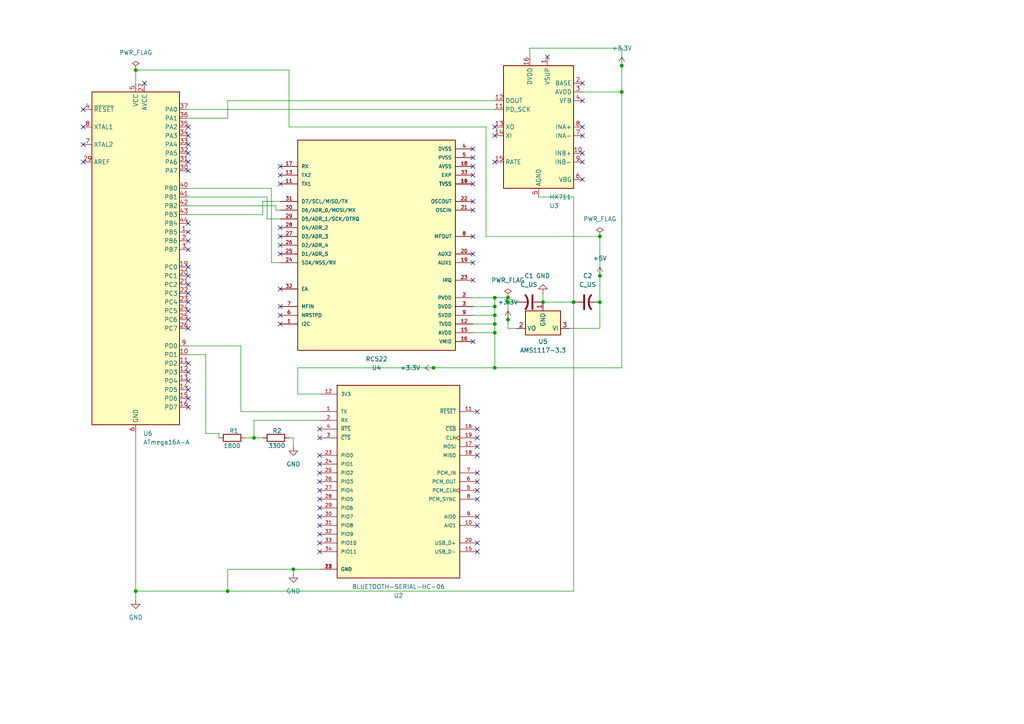
<source format=kicad_sch>
(kicad_sch
	(version 20250114)
	(generator "eeschema")
	(generator_version "9.0")
	(uuid "66ccba2e-d52d-4112-b1b7-5fae9c8356ae")
	(paper "A4")
	(lib_symbols
		(symbol "Analog_ADC:HX711"
			(exclude_from_sim no)
			(in_bom yes)
			(on_board yes)
			(property "Reference" "U"
				(at 5.08 21.59 0)
				(effects
					(font
						(size 1.27 1.27)
					)
				)
			)
			(property "Value" "HX711"
				(at 7.62 19.05 0)
				(effects
					(font
						(size 1.27 1.27)
					)
				)
			)
			(property "Footprint" "Package_SO:SOP-16_3.9x9.9mm_P1.27mm"
				(at 3.81 1.27 0)
				(effects
					(font
						(size 1.27 1.27)
					)
					(hide yes)
				)
			)
			(property "Datasheet" "https://web.archive.org/web/20220615044707/https://akizukidenshi.com/download/ds/avia/hx711.pdf"
				(at 3.81 -1.27 0)
				(effects
					(font
						(size 1.27 1.27)
					)
					(hide yes)
				)
			)
			(property "Description" "24-Bit Analog-to-Digital Converter (ADC) for Weight Scales"
				(at 0 0 0)
				(effects
					(font
						(size 1.27 1.27)
					)
					(hide yes)
				)
			)
			(property "ki_keywords" "adc load cell 24-bits analog weight"
				(at 0 0 0)
				(effects
					(font
						(size 1.27 1.27)
					)
					(hide yes)
				)
			)
			(property "ki_fp_filters" "SOP*3.9x9.9mm*P1.27mm*"
				(at 0 0 0)
				(effects
					(font
						(size 1.27 1.27)
					)
					(hide yes)
				)
			)
			(symbol "HX711_0_1"
				(rectangle
					(start -10.16 17.78)
					(end 10.16 -17.78)
					(stroke
						(width 0.254)
						(type default)
					)
					(fill
						(type background)
					)
				)
			)
			(symbol "HX711_1_1"
				(pin passive line
					(at -12.7 12.7 0)
					(length 2.54)
					(name "BASE"
						(effects
							(font
								(size 1.27 1.27)
							)
						)
					)
					(number "2"
						(effects
							(font
								(size 1.27 1.27)
							)
						)
					)
				)
				(pin power_in line
					(at -12.7 10.16 0)
					(length 2.54)
					(name "AVDD"
						(effects
							(font
								(size 1.27 1.27)
							)
						)
					)
					(number "3"
						(effects
							(font
								(size 1.27 1.27)
							)
						)
					)
				)
				(pin input line
					(at -12.7 7.62 0)
					(length 2.54)
					(name "VFB"
						(effects
							(font
								(size 1.27 1.27)
							)
						)
					)
					(number "4"
						(effects
							(font
								(size 1.27 1.27)
							)
						)
					)
				)
				(pin input line
					(at -12.7 0 0)
					(length 2.54)
					(name "INA+"
						(effects
							(font
								(size 1.27 1.27)
							)
						)
					)
					(number "8"
						(effects
							(font
								(size 1.27 1.27)
							)
						)
					)
				)
				(pin input line
					(at -12.7 -2.54 0)
					(length 2.54)
					(name "INA-"
						(effects
							(font
								(size 1.27 1.27)
							)
						)
					)
					(number "7"
						(effects
							(font
								(size 1.27 1.27)
							)
						)
					)
				)
				(pin input line
					(at -12.7 -7.62 0)
					(length 2.54)
					(name "INB+"
						(effects
							(font
								(size 1.27 1.27)
							)
						)
					)
					(number "10"
						(effects
							(font
								(size 1.27 1.27)
							)
						)
					)
				)
				(pin input line
					(at -12.7 -10.16 0)
					(length 2.54)
					(name "INB-"
						(effects
							(font
								(size 1.27 1.27)
							)
						)
					)
					(number "9"
						(effects
							(font
								(size 1.27 1.27)
							)
						)
					)
				)
				(pin passive line
					(at -12.7 -15.24 0)
					(length 2.54)
					(name "VBG"
						(effects
							(font
								(size 1.27 1.27)
							)
						)
					)
					(number "6"
						(effects
							(font
								(size 1.27 1.27)
							)
						)
					)
				)
				(pin power_in line
					(at -2.54 20.32 270)
					(length 2.54)
					(name "VSUP"
						(effects
							(font
								(size 1.27 1.27)
							)
						)
					)
					(number "1"
						(effects
							(font
								(size 1.27 1.27)
							)
						)
					)
				)
				(pin power_in line
					(at 0 -20.32 90)
					(length 2.54)
					(name "AGND"
						(effects
							(font
								(size 1.27 1.27)
							)
						)
					)
					(number "5"
						(effects
							(font
								(size 1.27 1.27)
							)
						)
					)
				)
				(pin power_in line
					(at 2.54 20.32 270)
					(length 2.54)
					(name "DVDD"
						(effects
							(font
								(size 1.27 1.27)
							)
						)
					)
					(number "16"
						(effects
							(font
								(size 1.27 1.27)
							)
						)
					)
				)
				(pin output line
					(at 12.7 7.62 180)
					(length 2.54)
					(name "DOUT"
						(effects
							(font
								(size 1.27 1.27)
							)
						)
					)
					(number "12"
						(effects
							(font
								(size 1.27 1.27)
							)
						)
					)
				)
				(pin input line
					(at 12.7 5.08 180)
					(length 2.54)
					(name "PD_SCK"
						(effects
							(font
								(size 1.27 1.27)
							)
						)
					)
					(number "11"
						(effects
							(font
								(size 1.27 1.27)
							)
						)
					)
				)
				(pin passive line
					(at 12.7 0 180)
					(length 2.54)
					(name "XO"
						(effects
							(font
								(size 1.27 1.27)
							)
						)
					)
					(number "13"
						(effects
							(font
								(size 1.27 1.27)
							)
						)
					)
				)
				(pin passive line
					(at 12.7 -2.54 180)
					(length 2.54)
					(name "XI"
						(effects
							(font
								(size 1.27 1.27)
							)
						)
					)
					(number "14"
						(effects
							(font
								(size 1.27 1.27)
							)
						)
					)
				)
				(pin input line
					(at 12.7 -10.16 180)
					(length 2.54)
					(name "RATE"
						(effects
							(font
								(size 1.27 1.27)
							)
						)
					)
					(number "15"
						(effects
							(font
								(size 1.27 1.27)
							)
						)
					)
				)
			)
			(embedded_fonts no)
		)
		(symbol "BLUETOOTH-SERIAL-HC-06:BLUETOOTH-SERIAL-HC-06"
			(pin_names
				(offset 1.016)
			)
			(exclude_from_sim no)
			(in_bom yes)
			(on_board yes)
			(property "Reference" "U"
				(at -17.78 29.21 0)
				(effects
					(font
						(size 1.27 1.27)
					)
					(justify left bottom)
				)
			)
			(property "Value" "BLUETOOTH-SERIAL-HC-06"
				(at -17.78 -29.21 0)
				(effects
					(font
						(size 1.27 1.27)
					)
					(justify left top)
				)
			)
			(property "Footprint" "BLUETOOTH-SERIAL-HC-06:XCVR_BLUETOOTH-SERIAL-HC-06"
				(at 0 0 0)
				(effects
					(font
						(size 1.27 1.27)
					)
					(justify bottom)
					(hide yes)
				)
			)
			(property "Datasheet" ""
				(at 0 0 0)
				(effects
					(font
						(size 1.27 1.27)
					)
					(hide yes)
				)
			)
			(property "Description" ""
				(at 0 0 0)
				(effects
					(font
						(size 1.27 1.27)
					)
					(hide yes)
				)
			)
			(property "MF" "Olimex"
				(at 0 0 0)
				(effects
					(font
						(size 1.27 1.27)
					)
					(justify bottom)
					(hide yes)
				)
			)
			(property "MAXIMUM_PACKAGE_HEIGHT" "2.0mm"
				(at 0 0 0)
				(effects
					(font
						(size 1.27 1.27)
					)
					(justify bottom)
					(hide yes)
				)
			)
			(property "Package" "None"
				(at 0 0 0)
				(effects
					(font
						(size 1.27 1.27)
					)
					(justify bottom)
					(hide yes)
				)
			)
			(property "Price" "None"
				(at 0 0 0)
				(effects
					(font
						(size 1.27 1.27)
					)
					(justify bottom)
					(hide yes)
				)
			)
			(property "Check_prices" "https://www.snapeda.com/parts/BLUETOOTH-SERIAL-HC-06/Olimex/view-part/?ref=eda"
				(at 0 0 0)
				(effects
					(font
						(size 1.27 1.27)
					)
					(justify bottom)
					(hide yes)
				)
			)
			(property "STANDARD" "Manufacturer Recommendations"
				(at 0 0 0)
				(effects
					(font
						(size 1.27 1.27)
					)
					(justify bottom)
					(hide yes)
				)
			)
			(property "PARTREV" "2.2"
				(at 0 0 0)
				(effects
					(font
						(size 1.27 1.27)
					)
					(justify bottom)
					(hide yes)
				)
			)
			(property "SnapEDA_Link" "https://www.snapeda.com/parts/BLUETOOTH-SERIAL-HC-06/Olimex/view-part/?ref=snap"
				(at 0 0 0)
				(effects
					(font
						(size 1.27 1.27)
					)
					(justify bottom)
					(hide yes)
				)
			)
			(property "MP" "BLUETOOTH-SERIAL-HC-06"
				(at 0 0 0)
				(effects
					(font
						(size 1.27 1.27)
					)
					(justify bottom)
					(hide yes)
				)
			)
			(property "Description_1" "Bluetooth Modules (802.15.1) BLUETOOTH-SERIAL-HC-06"
				(at 0 0 0)
				(effects
					(font
						(size 1.27 1.27)
					)
					(justify bottom)
					(hide yes)
				)
			)
			(property "Availability" "In Stock"
				(at 0 0 0)
				(effects
					(font
						(size 1.27 1.27)
					)
					(justify bottom)
					(hide yes)
				)
			)
			(property "MANUFACTURER" "Olimex"
				(at 0 0 0)
				(effects
					(font
						(size 1.27 1.27)
					)
					(justify bottom)
					(hide yes)
				)
			)
			(symbol "BLUETOOTH-SERIAL-HC-06_0_0"
				(rectangle
					(start -17.78 -27.94)
					(end 17.78 27.94)
					(stroke
						(width 0.254)
						(type default)
					)
					(fill
						(type background)
					)
				)
				(pin input line
					(at -22.86 20.32 0)
					(length 5.08)
					(name "~{RESET}"
						(effects
							(font
								(size 1.016 1.016)
							)
						)
					)
					(number "11"
						(effects
							(font
								(size 1.016 1.016)
							)
						)
					)
				)
				(pin input line
					(at -22.86 15.24 0)
					(length 5.08)
					(name "~{CSB}"
						(effects
							(font
								(size 1.016 1.016)
							)
						)
					)
					(number "16"
						(effects
							(font
								(size 1.016 1.016)
							)
						)
					)
				)
				(pin input clock
					(at -22.86 12.7 0)
					(length 5.08)
					(name "CLK"
						(effects
							(font
								(size 1.016 1.016)
							)
						)
					)
					(number "19"
						(effects
							(font
								(size 1.016 1.016)
							)
						)
					)
				)
				(pin input line
					(at -22.86 10.16 0)
					(length 5.08)
					(name "MOSI"
						(effects
							(font
								(size 1.016 1.016)
							)
						)
					)
					(number "17"
						(effects
							(font
								(size 1.016 1.016)
							)
						)
					)
				)
				(pin output line
					(at -22.86 7.62 0)
					(length 5.08)
					(name "MISO"
						(effects
							(font
								(size 1.016 1.016)
							)
						)
					)
					(number "18"
						(effects
							(font
								(size 1.016 1.016)
							)
						)
					)
				)
				(pin input line
					(at -22.86 2.54 0)
					(length 5.08)
					(name "PCM_IN"
						(effects
							(font
								(size 1.016 1.016)
							)
						)
					)
					(number "7"
						(effects
							(font
								(size 1.016 1.016)
							)
						)
					)
				)
				(pin output line
					(at -22.86 0 0)
					(length 5.08)
					(name "PCM_OUT"
						(effects
							(font
								(size 1.016 1.016)
							)
						)
					)
					(number "6"
						(effects
							(font
								(size 1.016 1.016)
							)
						)
					)
				)
				(pin bidirectional clock
					(at -22.86 -2.54 0)
					(length 5.08)
					(name "PCM_CLK"
						(effects
							(font
								(size 1.016 1.016)
							)
						)
					)
					(number "5"
						(effects
							(font
								(size 1.016 1.016)
							)
						)
					)
				)
				(pin bidirectional line
					(at -22.86 -5.08 0)
					(length 5.08)
					(name "PCM_SYNC"
						(effects
							(font
								(size 1.016 1.016)
							)
						)
					)
					(number "8"
						(effects
							(font
								(size 1.016 1.016)
							)
						)
					)
				)
				(pin bidirectional line
					(at -22.86 -10.16 0)
					(length 5.08)
					(name "AIO0"
						(effects
							(font
								(size 1.016 1.016)
							)
						)
					)
					(number "9"
						(effects
							(font
								(size 1.016 1.016)
							)
						)
					)
				)
				(pin bidirectional line
					(at -22.86 -12.7 0)
					(length 5.08)
					(name "AIO1"
						(effects
							(font
								(size 1.016 1.016)
							)
						)
					)
					(number "10"
						(effects
							(font
								(size 1.016 1.016)
							)
						)
					)
				)
				(pin bidirectional line
					(at -22.86 -17.78 0)
					(length 5.08)
					(name "USB_D+"
						(effects
							(font
								(size 1.016 1.016)
							)
						)
					)
					(number "20"
						(effects
							(font
								(size 1.016 1.016)
							)
						)
					)
				)
				(pin bidirectional line
					(at -22.86 -20.32 0)
					(length 5.08)
					(name "USB_D-"
						(effects
							(font
								(size 1.016 1.016)
							)
						)
					)
					(number "15"
						(effects
							(font
								(size 1.016 1.016)
							)
						)
					)
				)
				(pin power_in line
					(at 22.86 25.4 180)
					(length 5.08)
					(name "3V3"
						(effects
							(font
								(size 1.016 1.016)
							)
						)
					)
					(number "12"
						(effects
							(font
								(size 1.016 1.016)
							)
						)
					)
				)
				(pin output line
					(at 22.86 20.32 180)
					(length 5.08)
					(name "TX"
						(effects
							(font
								(size 1.016 1.016)
							)
						)
					)
					(number "1"
						(effects
							(font
								(size 1.016 1.016)
							)
						)
					)
				)
				(pin input line
					(at 22.86 17.78 180)
					(length 5.08)
					(name "RX"
						(effects
							(font
								(size 1.016 1.016)
							)
						)
					)
					(number "2"
						(effects
							(font
								(size 1.016 1.016)
							)
						)
					)
				)
				(pin output line
					(at 22.86 15.24 180)
					(length 5.08)
					(name "~{RTS}"
						(effects
							(font
								(size 1.016 1.016)
							)
						)
					)
					(number "4"
						(effects
							(font
								(size 1.016 1.016)
							)
						)
					)
				)
				(pin input line
					(at 22.86 12.7 180)
					(length 5.08)
					(name "~{CTS}"
						(effects
							(font
								(size 1.016 1.016)
							)
						)
					)
					(number "3"
						(effects
							(font
								(size 1.016 1.016)
							)
						)
					)
				)
				(pin bidirectional line
					(at 22.86 7.62 180)
					(length 5.08)
					(name "PIO0"
						(effects
							(font
								(size 1.016 1.016)
							)
						)
					)
					(number "23"
						(effects
							(font
								(size 1.016 1.016)
							)
						)
					)
				)
				(pin bidirectional line
					(at 22.86 5.08 180)
					(length 5.08)
					(name "PIO1"
						(effects
							(font
								(size 1.016 1.016)
							)
						)
					)
					(number "24"
						(effects
							(font
								(size 1.016 1.016)
							)
						)
					)
				)
				(pin bidirectional line
					(at 22.86 2.54 180)
					(length 5.08)
					(name "PIO2"
						(effects
							(font
								(size 1.016 1.016)
							)
						)
					)
					(number "25"
						(effects
							(font
								(size 1.016 1.016)
							)
						)
					)
				)
				(pin bidirectional line
					(at 22.86 0 180)
					(length 5.08)
					(name "PIO3"
						(effects
							(font
								(size 1.016 1.016)
							)
						)
					)
					(number "26"
						(effects
							(font
								(size 1.016 1.016)
							)
						)
					)
				)
				(pin bidirectional line
					(at 22.86 -2.54 180)
					(length 5.08)
					(name "PIO4"
						(effects
							(font
								(size 1.016 1.016)
							)
						)
					)
					(number "27"
						(effects
							(font
								(size 1.016 1.016)
							)
						)
					)
				)
				(pin bidirectional line
					(at 22.86 -5.08 180)
					(length 5.08)
					(name "PIO5"
						(effects
							(font
								(size 1.016 1.016)
							)
						)
					)
					(number "28"
						(effects
							(font
								(size 1.016 1.016)
							)
						)
					)
				)
				(pin bidirectional line
					(at 22.86 -7.62 180)
					(length 5.08)
					(name "PIO6"
						(effects
							(font
								(size 1.016 1.016)
							)
						)
					)
					(number "29"
						(effects
							(font
								(size 1.016 1.016)
							)
						)
					)
				)
				(pin bidirectional line
					(at 22.86 -10.16 180)
					(length 5.08)
					(name "PIO7"
						(effects
							(font
								(size 1.016 1.016)
							)
						)
					)
					(number "30"
						(effects
							(font
								(size 1.016 1.016)
							)
						)
					)
				)
				(pin bidirectional line
					(at 22.86 -12.7 180)
					(length 5.08)
					(name "PIO8"
						(effects
							(font
								(size 1.016 1.016)
							)
						)
					)
					(number "31"
						(effects
							(font
								(size 1.016 1.016)
							)
						)
					)
				)
				(pin bidirectional line
					(at 22.86 -15.24 180)
					(length 5.08)
					(name "PIO9"
						(effects
							(font
								(size 1.016 1.016)
							)
						)
					)
					(number "32"
						(effects
							(font
								(size 1.016 1.016)
							)
						)
					)
				)
				(pin bidirectional line
					(at 22.86 -17.78 180)
					(length 5.08)
					(name "PIO10"
						(effects
							(font
								(size 1.016 1.016)
							)
						)
					)
					(number "33"
						(effects
							(font
								(size 1.016 1.016)
							)
						)
					)
				)
				(pin bidirectional line
					(at 22.86 -20.32 180)
					(length 5.08)
					(name "PIO11"
						(effects
							(font
								(size 1.016 1.016)
							)
						)
					)
					(number "34"
						(effects
							(font
								(size 1.016 1.016)
							)
						)
					)
				)
				(pin power_in line
					(at 22.86 -25.4 180)
					(length 5.08)
					(name "GND"
						(effects
							(font
								(size 1.016 1.016)
							)
						)
					)
					(number "13"
						(effects
							(font
								(size 1.016 1.016)
							)
						)
					)
				)
				(pin power_in line
					(at 22.86 -25.4 180)
					(length 5.08)
					(name "GND"
						(effects
							(font
								(size 1.016 1.016)
							)
						)
					)
					(number "21"
						(effects
							(font
								(size 1.016 1.016)
							)
						)
					)
				)
				(pin power_in line
					(at 22.86 -25.4 180)
					(length 5.08)
					(name "GND"
						(effects
							(font
								(size 1.016 1.016)
							)
						)
					)
					(number "22"
						(effects
							(font
								(size 1.016 1.016)
							)
						)
					)
				)
			)
			(embedded_fonts no)
		)
		(symbol "Device:C_US"
			(pin_numbers
				(hide yes)
			)
			(pin_names
				(offset 0.254)
				(hide yes)
			)
			(exclude_from_sim no)
			(in_bom yes)
			(on_board yes)
			(property "Reference" "C"
				(at 0.635 2.54 0)
				(effects
					(font
						(size 1.27 1.27)
					)
					(justify left)
				)
			)
			(property "Value" "C_US"
				(at 0.635 -2.54 0)
				(effects
					(font
						(size 1.27 1.27)
					)
					(justify left)
				)
			)
			(property "Footprint" ""
				(at 0 0 0)
				(effects
					(font
						(size 1.27 1.27)
					)
					(hide yes)
				)
			)
			(property "Datasheet" ""
				(at 0 0 0)
				(effects
					(font
						(size 1.27 1.27)
					)
					(hide yes)
				)
			)
			(property "Description" "capacitor, US symbol"
				(at 0 0 0)
				(effects
					(font
						(size 1.27 1.27)
					)
					(hide yes)
				)
			)
			(property "ki_keywords" "cap capacitor"
				(at 0 0 0)
				(effects
					(font
						(size 1.27 1.27)
					)
					(hide yes)
				)
			)
			(property "ki_fp_filters" "C_*"
				(at 0 0 0)
				(effects
					(font
						(size 1.27 1.27)
					)
					(hide yes)
				)
			)
			(symbol "C_US_0_1"
				(polyline
					(pts
						(xy -2.032 0.762) (xy 2.032 0.762)
					)
					(stroke
						(width 0.508)
						(type default)
					)
					(fill
						(type none)
					)
				)
				(arc
					(start -2.032 -1.27)
					(mid 0 -0.5572)
					(end 2.032 -1.27)
					(stroke
						(width 0.508)
						(type default)
					)
					(fill
						(type none)
					)
				)
			)
			(symbol "C_US_1_1"
				(pin passive line
					(at 0 3.81 270)
					(length 2.794)
					(name "~"
						(effects
							(font
								(size 1.27 1.27)
							)
						)
					)
					(number "1"
						(effects
							(font
								(size 1.27 1.27)
							)
						)
					)
				)
				(pin passive line
					(at 0 -3.81 90)
					(length 3.302)
					(name "~"
						(effects
							(font
								(size 1.27 1.27)
							)
						)
					)
					(number "2"
						(effects
							(font
								(size 1.27 1.27)
							)
						)
					)
				)
			)
			(embedded_fonts no)
		)
		(symbol "Device:R"
			(pin_numbers
				(hide yes)
			)
			(pin_names
				(offset 0)
			)
			(exclude_from_sim no)
			(in_bom yes)
			(on_board yes)
			(property "Reference" "R"
				(at 2.032 0 90)
				(effects
					(font
						(size 1.27 1.27)
					)
				)
			)
			(property "Value" "R"
				(at 0 0 90)
				(effects
					(font
						(size 1.27 1.27)
					)
				)
			)
			(property "Footprint" ""
				(at -1.778 0 90)
				(effects
					(font
						(size 1.27 1.27)
					)
					(hide yes)
				)
			)
			(property "Datasheet" "~"
				(at 0 0 0)
				(effects
					(font
						(size 1.27 1.27)
					)
					(hide yes)
				)
			)
			(property "Description" "Resistor"
				(at 0 0 0)
				(effects
					(font
						(size 1.27 1.27)
					)
					(hide yes)
				)
			)
			(property "ki_keywords" "R res resistor"
				(at 0 0 0)
				(effects
					(font
						(size 1.27 1.27)
					)
					(hide yes)
				)
			)
			(property "ki_fp_filters" "R_*"
				(at 0 0 0)
				(effects
					(font
						(size 1.27 1.27)
					)
					(hide yes)
				)
			)
			(symbol "R_0_1"
				(rectangle
					(start -1.016 -2.54)
					(end 1.016 2.54)
					(stroke
						(width 0.254)
						(type default)
					)
					(fill
						(type none)
					)
				)
			)
			(symbol "R_1_1"
				(pin passive line
					(at 0 3.81 270)
					(length 1.27)
					(name "~"
						(effects
							(font
								(size 1.27 1.27)
							)
						)
					)
					(number "1"
						(effects
							(font
								(size 1.27 1.27)
							)
						)
					)
				)
				(pin passive line
					(at 0 -3.81 90)
					(length 1.27)
					(name "~"
						(effects
							(font
								(size 1.27 1.27)
							)
						)
					)
					(number "2"
						(effects
							(font
								(size 1.27 1.27)
							)
						)
					)
				)
			)
			(embedded_fonts no)
		)
		(symbol "MCU_Microchip_ATmega:ATmega16A-A"
			(exclude_from_sim no)
			(in_bom yes)
			(on_board yes)
			(property "Reference" "U"
				(at -12.7 49.53 0)
				(effects
					(font
						(size 1.27 1.27)
					)
					(justify left bottom)
				)
			)
			(property "Value" "ATmega16A-A"
				(at 2.54 -49.53 0)
				(effects
					(font
						(size 1.27 1.27)
					)
					(justify left top)
				)
			)
			(property "Footprint" "Package_QFP:TQFP-44_10x10mm_P0.8mm"
				(at 0 0 0)
				(effects
					(font
						(size 1.27 1.27)
						(italic yes)
					)
					(hide yes)
				)
			)
			(property "Datasheet" "http://ww1.microchip.com/downloads/en/DeviceDoc/Atmel-8154-8-bit-AVR-ATmega16A_Datasheet.pdf"
				(at 0 0 0)
				(effects
					(font
						(size 1.27 1.27)
					)
					(hide yes)
				)
			)
			(property "Description" "16MHz, 16kB Flash, 1kB SRAM, 512B EEPROM, JTAG, TQFP-44"
				(at 0 0 0)
				(effects
					(font
						(size 1.27 1.27)
					)
					(hide yes)
				)
			)
			(property "ki_keywords" "AVR 8bit Microcontroller MegaAVR"
				(at 0 0 0)
				(effects
					(font
						(size 1.27 1.27)
					)
					(hide yes)
				)
			)
			(property "ki_fp_filters" "TQFP*10x10mm*P0.8mm*"
				(at 0 0 0)
				(effects
					(font
						(size 1.27 1.27)
					)
					(hide yes)
				)
			)
			(symbol "ATmega16A-A_0_1"
				(rectangle
					(start -12.7 -48.26)
					(end 12.7 48.26)
					(stroke
						(width 0.254)
						(type default)
					)
					(fill
						(type background)
					)
				)
			)
			(symbol "ATmega16A-A_1_1"
				(pin input line
					(at -15.24 43.18 0)
					(length 2.54)
					(name "~{RESET}"
						(effects
							(font
								(size 1.27 1.27)
							)
						)
					)
					(number "4"
						(effects
							(font
								(size 1.27 1.27)
							)
						)
					)
				)
				(pin input line
					(at -15.24 38.1 0)
					(length 2.54)
					(name "XTAL1"
						(effects
							(font
								(size 1.27 1.27)
							)
						)
					)
					(number "8"
						(effects
							(font
								(size 1.27 1.27)
							)
						)
					)
				)
				(pin output line
					(at -15.24 33.02 0)
					(length 2.54)
					(name "XTAL2"
						(effects
							(font
								(size 1.27 1.27)
							)
						)
					)
					(number "7"
						(effects
							(font
								(size 1.27 1.27)
							)
						)
					)
				)
				(pin passive line
					(at -15.24 27.94 0)
					(length 2.54)
					(name "AREF"
						(effects
							(font
								(size 1.27 1.27)
							)
						)
					)
					(number "29"
						(effects
							(font
								(size 1.27 1.27)
							)
						)
					)
				)
				(pin passive line
					(at 0 50.8 270)
					(length 2.54)
					(hide yes)
					(name "VCC"
						(effects
							(font
								(size 1.27 1.27)
							)
						)
					)
					(number "17"
						(effects
							(font
								(size 1.27 1.27)
							)
						)
					)
				)
				(pin passive line
					(at 0 50.8 270)
					(length 2.54)
					(hide yes)
					(name "VCC"
						(effects
							(font
								(size 1.27 1.27)
							)
						)
					)
					(number "38"
						(effects
							(font
								(size 1.27 1.27)
							)
						)
					)
				)
				(pin power_in line
					(at 0 50.8 270)
					(length 2.54)
					(name "VCC"
						(effects
							(font
								(size 1.27 1.27)
							)
						)
					)
					(number "5"
						(effects
							(font
								(size 1.27 1.27)
							)
						)
					)
				)
				(pin passive line
					(at 0 -50.8 90)
					(length 2.54)
					(hide yes)
					(name "GND"
						(effects
							(font
								(size 1.27 1.27)
							)
						)
					)
					(number "18"
						(effects
							(font
								(size 1.27 1.27)
							)
						)
					)
				)
				(pin passive line
					(at 0 -50.8 90)
					(length 2.54)
					(hide yes)
					(name "GND"
						(effects
							(font
								(size 1.27 1.27)
							)
						)
					)
					(number "28"
						(effects
							(font
								(size 1.27 1.27)
							)
						)
					)
				)
				(pin passive line
					(at 0 -50.8 90)
					(length 2.54)
					(hide yes)
					(name "GND"
						(effects
							(font
								(size 1.27 1.27)
							)
						)
					)
					(number "39"
						(effects
							(font
								(size 1.27 1.27)
							)
						)
					)
				)
				(pin power_in line
					(at 0 -50.8 90)
					(length 2.54)
					(name "GND"
						(effects
							(font
								(size 1.27 1.27)
							)
						)
					)
					(number "6"
						(effects
							(font
								(size 1.27 1.27)
							)
						)
					)
				)
				(pin power_in line
					(at 2.54 50.8 270)
					(length 2.54)
					(name "AVCC"
						(effects
							(font
								(size 1.27 1.27)
							)
						)
					)
					(number "27"
						(effects
							(font
								(size 1.27 1.27)
							)
						)
					)
				)
				(pin bidirectional line
					(at 15.24 43.18 180)
					(length 2.54)
					(name "PA0"
						(effects
							(font
								(size 1.27 1.27)
							)
						)
					)
					(number "37"
						(effects
							(font
								(size 1.27 1.27)
							)
						)
					)
				)
				(pin bidirectional line
					(at 15.24 40.64 180)
					(length 2.54)
					(name "PA1"
						(effects
							(font
								(size 1.27 1.27)
							)
						)
					)
					(number "36"
						(effects
							(font
								(size 1.27 1.27)
							)
						)
					)
				)
				(pin bidirectional line
					(at 15.24 38.1 180)
					(length 2.54)
					(name "PA2"
						(effects
							(font
								(size 1.27 1.27)
							)
						)
					)
					(number "35"
						(effects
							(font
								(size 1.27 1.27)
							)
						)
					)
				)
				(pin bidirectional line
					(at 15.24 35.56 180)
					(length 2.54)
					(name "PA3"
						(effects
							(font
								(size 1.27 1.27)
							)
						)
					)
					(number "34"
						(effects
							(font
								(size 1.27 1.27)
							)
						)
					)
				)
				(pin bidirectional line
					(at 15.24 33.02 180)
					(length 2.54)
					(name "PA4"
						(effects
							(font
								(size 1.27 1.27)
							)
						)
					)
					(number "33"
						(effects
							(font
								(size 1.27 1.27)
							)
						)
					)
				)
				(pin bidirectional line
					(at 15.24 30.48 180)
					(length 2.54)
					(name "PA5"
						(effects
							(font
								(size 1.27 1.27)
							)
						)
					)
					(number "32"
						(effects
							(font
								(size 1.27 1.27)
							)
						)
					)
				)
				(pin bidirectional line
					(at 15.24 27.94 180)
					(length 2.54)
					(name "PA6"
						(effects
							(font
								(size 1.27 1.27)
							)
						)
					)
					(number "31"
						(effects
							(font
								(size 1.27 1.27)
							)
						)
					)
				)
				(pin bidirectional line
					(at 15.24 25.4 180)
					(length 2.54)
					(name "PA7"
						(effects
							(font
								(size 1.27 1.27)
							)
						)
					)
					(number "30"
						(effects
							(font
								(size 1.27 1.27)
							)
						)
					)
				)
				(pin bidirectional line
					(at 15.24 20.32 180)
					(length 2.54)
					(name "PB0"
						(effects
							(font
								(size 1.27 1.27)
							)
						)
					)
					(number "40"
						(effects
							(font
								(size 1.27 1.27)
							)
						)
					)
				)
				(pin bidirectional line
					(at 15.24 17.78 180)
					(length 2.54)
					(name "PB1"
						(effects
							(font
								(size 1.27 1.27)
							)
						)
					)
					(number "41"
						(effects
							(font
								(size 1.27 1.27)
							)
						)
					)
				)
				(pin bidirectional line
					(at 15.24 15.24 180)
					(length 2.54)
					(name "PB2"
						(effects
							(font
								(size 1.27 1.27)
							)
						)
					)
					(number "42"
						(effects
							(font
								(size 1.27 1.27)
							)
						)
					)
				)
				(pin bidirectional line
					(at 15.24 12.7 180)
					(length 2.54)
					(name "PB3"
						(effects
							(font
								(size 1.27 1.27)
							)
						)
					)
					(number "43"
						(effects
							(font
								(size 1.27 1.27)
							)
						)
					)
				)
				(pin bidirectional line
					(at 15.24 10.16 180)
					(length 2.54)
					(name "PB4"
						(effects
							(font
								(size 1.27 1.27)
							)
						)
					)
					(number "44"
						(effects
							(font
								(size 1.27 1.27)
							)
						)
					)
				)
				(pin bidirectional line
					(at 15.24 7.62 180)
					(length 2.54)
					(name "PB5"
						(effects
							(font
								(size 1.27 1.27)
							)
						)
					)
					(number "1"
						(effects
							(font
								(size 1.27 1.27)
							)
						)
					)
				)
				(pin bidirectional line
					(at 15.24 5.08 180)
					(length 2.54)
					(name "PB6"
						(effects
							(font
								(size 1.27 1.27)
							)
						)
					)
					(number "2"
						(effects
							(font
								(size 1.27 1.27)
							)
						)
					)
				)
				(pin bidirectional line
					(at 15.24 2.54 180)
					(length 2.54)
					(name "PB7"
						(effects
							(font
								(size 1.27 1.27)
							)
						)
					)
					(number "3"
						(effects
							(font
								(size 1.27 1.27)
							)
						)
					)
				)
				(pin bidirectional line
					(at 15.24 -2.54 180)
					(length 2.54)
					(name "PC0"
						(effects
							(font
								(size 1.27 1.27)
							)
						)
					)
					(number "19"
						(effects
							(font
								(size 1.27 1.27)
							)
						)
					)
				)
				(pin bidirectional line
					(at 15.24 -5.08 180)
					(length 2.54)
					(name "PC1"
						(effects
							(font
								(size 1.27 1.27)
							)
						)
					)
					(number "20"
						(effects
							(font
								(size 1.27 1.27)
							)
						)
					)
				)
				(pin bidirectional line
					(at 15.24 -7.62 180)
					(length 2.54)
					(name "PC2"
						(effects
							(font
								(size 1.27 1.27)
							)
						)
					)
					(number "21"
						(effects
							(font
								(size 1.27 1.27)
							)
						)
					)
				)
				(pin bidirectional line
					(at 15.24 -10.16 180)
					(length 2.54)
					(name "PC3"
						(effects
							(font
								(size 1.27 1.27)
							)
						)
					)
					(number "22"
						(effects
							(font
								(size 1.27 1.27)
							)
						)
					)
				)
				(pin bidirectional line
					(at 15.24 -12.7 180)
					(length 2.54)
					(name "PC4"
						(effects
							(font
								(size 1.27 1.27)
							)
						)
					)
					(number "23"
						(effects
							(font
								(size 1.27 1.27)
							)
						)
					)
				)
				(pin bidirectional line
					(at 15.24 -15.24 180)
					(length 2.54)
					(name "PC5"
						(effects
							(font
								(size 1.27 1.27)
							)
						)
					)
					(number "24"
						(effects
							(font
								(size 1.27 1.27)
							)
						)
					)
				)
				(pin bidirectional line
					(at 15.24 -17.78 180)
					(length 2.54)
					(name "PC6"
						(effects
							(font
								(size 1.27 1.27)
							)
						)
					)
					(number "25"
						(effects
							(font
								(size 1.27 1.27)
							)
						)
					)
				)
				(pin bidirectional line
					(at 15.24 -20.32 180)
					(length 2.54)
					(name "PC7"
						(effects
							(font
								(size 1.27 1.27)
							)
						)
					)
					(number "26"
						(effects
							(font
								(size 1.27 1.27)
							)
						)
					)
				)
				(pin bidirectional line
					(at 15.24 -25.4 180)
					(length 2.54)
					(name "PD0"
						(effects
							(font
								(size 1.27 1.27)
							)
						)
					)
					(number "9"
						(effects
							(font
								(size 1.27 1.27)
							)
						)
					)
				)
				(pin bidirectional line
					(at 15.24 -27.94 180)
					(length 2.54)
					(name "PD1"
						(effects
							(font
								(size 1.27 1.27)
							)
						)
					)
					(number "10"
						(effects
							(font
								(size 1.27 1.27)
							)
						)
					)
				)
				(pin bidirectional line
					(at 15.24 -30.48 180)
					(length 2.54)
					(name "PD2"
						(effects
							(font
								(size 1.27 1.27)
							)
						)
					)
					(number "11"
						(effects
							(font
								(size 1.27 1.27)
							)
						)
					)
				)
				(pin bidirectional line
					(at 15.24 -33.02 180)
					(length 2.54)
					(name "PD3"
						(effects
							(font
								(size 1.27 1.27)
							)
						)
					)
					(number "12"
						(effects
							(font
								(size 1.27 1.27)
							)
						)
					)
				)
				(pin bidirectional line
					(at 15.24 -35.56 180)
					(length 2.54)
					(name "PD4"
						(effects
							(font
								(size 1.27 1.27)
							)
						)
					)
					(number "13"
						(effects
							(font
								(size 1.27 1.27)
							)
						)
					)
				)
				(pin bidirectional line
					(at 15.24 -38.1 180)
					(length 2.54)
					(name "PD5"
						(effects
							(font
								(size 1.27 1.27)
							)
						)
					)
					(number "14"
						(effects
							(font
								(size 1.27 1.27)
							)
						)
					)
				)
				(pin bidirectional line
					(at 15.24 -40.64 180)
					(length 2.54)
					(name "PD6"
						(effects
							(font
								(size 1.27 1.27)
							)
						)
					)
					(number "15"
						(effects
							(font
								(size 1.27 1.27)
							)
						)
					)
				)
				(pin bidirectional line
					(at 15.24 -43.18 180)
					(length 2.54)
					(name "PD7"
						(effects
							(font
								(size 1.27 1.27)
							)
						)
					)
					(number "16"
						(effects
							(font
								(size 1.27 1.27)
							)
						)
					)
				)
			)
			(embedded_fonts no)
		)
		(symbol "RC522:RC522"
			(pin_names
				(offset 1.016)
			)
			(exclude_from_sim no)
			(in_bom yes)
			(on_board yes)
			(property "Reference" "U"
				(at -22.8854 31.8008 0)
				(effects
					(font
						(size 1.27 1.27)
					)
					(justify left bottom)
				)
			)
			(property "Value" "RC522"
				(at -22.86 -33.02 0)
				(effects
					(font
						(size 1.27 1.27)
					)
					(justify left bottom)
				)
			)
			(property "Footprint" "QFN50P500X500X100-33N"
				(at 0 0 0)
				(effects
					(font
						(size 1.27 1.27)
					)
					(justify left bottom)
					(hide yes)
				)
			)
			(property "Datasheet" ""
				(at 0 0 0)
				(effects
					(font
						(size 1.27 1.27)
					)
					(justify left bottom)
					(hide yes)
				)
			)
			(property "Description" ""
				(at 0 0 0)
				(effects
					(font
						(size 1.27 1.27)
					)
					(hide yes)
				)
			)
			(property "MF" "NXP"
				(at 0 0 0)
				(effects
					(font
						(size 1.27 1.27)
					)
					(justify left bottom)
					(hide yes)
				)
			)
			(property "Description_1" "\\n                        \\n                            IC RFID READER 13.56MHZ 32HVQFN\\n                        \\n"
				(at 0 0 0)
				(effects
					(font
						(size 1.27 1.27)
					)
					(justify left bottom)
					(hide yes)
				)
			)
			(property "Package" "VFQFN-32 NXP Semiconductors"
				(at 0 0 0)
				(effects
					(font
						(size 1.27 1.27)
					)
					(justify left bottom)
					(hide yes)
				)
			)
			(property "Price" "None"
				(at 0 0 0)
				(effects
					(font
						(size 1.27 1.27)
					)
					(justify left bottom)
					(hide yes)
				)
			)
			(property "Check_prices" "https://www.snapeda.com/parts/RC522/NXP+Semiconductors/view-part/?ref=eda"
				(at 0 0 0)
				(effects
					(font
						(size 1.27 1.27)
					)
					(justify left bottom)
					(hide yes)
				)
			)
			(property "MAXIMUM_PACKAGE_HIEGHT" "1mm"
				(at 0 0 0)
				(effects
					(font
						(size 1.27 1.27)
					)
					(justify left bottom)
					(hide yes)
				)
			)
			(property "STANDARD" "IPC7351B"
				(at 0 0 0)
				(effects
					(font
						(size 1.27 1.27)
					)
					(justify left bottom)
					(hide yes)
				)
			)
			(property "PARTREV" "3.9"
				(at 0 0 0)
				(effects
					(font
						(size 1.27 1.27)
					)
					(justify left bottom)
					(hide yes)
				)
			)
			(property "SnapEDA_Link" "https://www.snapeda.com/parts/RC522/NXP+Semiconductors/view-part/?ref=snap"
				(at 0 0 0)
				(effects
					(font
						(size 1.27 1.27)
					)
					(justify left bottom)
					(hide yes)
				)
			)
			(property "MP" "RC522"
				(at 0 0 0)
				(effects
					(font
						(size 1.27 1.27)
					)
					(justify left bottom)
					(hide yes)
				)
			)
			(property "Availability" "In Stock"
				(at 0 0 0)
				(effects
					(font
						(size 1.27 1.27)
					)
					(justify left bottom)
					(hide yes)
				)
			)
			(property "MANUFACTURER" "NXP USA"
				(at 0 0 0)
				(effects
					(font
						(size 1.27 1.27)
					)
					(justify left bottom)
					(hide yes)
				)
			)
			(property "ki_locked" ""
				(at 0 0 0)
				(effects
					(font
						(size 1.27 1.27)
					)
				)
			)
			(symbol "RC522_0_0"
				(rectangle
					(start -22.86 -30.48)
					(end 22.86 30.48)
					(stroke
						(width 0.254)
						(type solid)
					)
					(fill
						(type background)
					)
				)
				(pin input line
					(at -27.94 22.86 0)
					(length 5.08)
					(name "I2C"
						(effects
							(font
								(size 1.016 1.016)
							)
						)
					)
					(number "1"
						(effects
							(font
								(size 1.016 1.016)
							)
						)
					)
				)
				(pin input line
					(at -27.94 20.32 0)
					(length 5.08)
					(name "NRSTPD"
						(effects
							(font
								(size 1.016 1.016)
							)
						)
					)
					(number "6"
						(effects
							(font
								(size 1.016 1.016)
							)
						)
					)
				)
				(pin input line
					(at -27.94 17.78 0)
					(length 5.08)
					(name "MFIN"
						(effects
							(font
								(size 1.016 1.016)
							)
						)
					)
					(number "7"
						(effects
							(font
								(size 1.016 1.016)
							)
						)
					)
				)
				(pin input line
					(at -27.94 12.7 0)
					(length 5.08)
					(name "EA"
						(effects
							(font
								(size 1.016 1.016)
							)
						)
					)
					(number "32"
						(effects
							(font
								(size 1.016 1.016)
							)
						)
					)
				)
				(pin bidirectional line
					(at -27.94 5.08 0)
					(length 5.08)
					(name "SDA/NSS/RX"
						(effects
							(font
								(size 1.016 1.016)
							)
						)
					)
					(number "24"
						(effects
							(font
								(size 1.016 1.016)
							)
						)
					)
				)
				(pin bidirectional line
					(at -27.94 2.54 0)
					(length 5.08)
					(name "D1/ADR_5"
						(effects
							(font
								(size 1.016 1.016)
							)
						)
					)
					(number "25"
						(effects
							(font
								(size 1.016 1.016)
							)
						)
					)
				)
				(pin bidirectional line
					(at -27.94 0 0)
					(length 5.08)
					(name "D2/ADR_4"
						(effects
							(font
								(size 1.016 1.016)
							)
						)
					)
					(number "26"
						(effects
							(font
								(size 1.016 1.016)
							)
						)
					)
				)
				(pin bidirectional line
					(at -27.94 -2.54 0)
					(length 5.08)
					(name "D3/ADR_3"
						(effects
							(font
								(size 1.016 1.016)
							)
						)
					)
					(number "27"
						(effects
							(font
								(size 1.016 1.016)
							)
						)
					)
				)
				(pin bidirectional line
					(at -27.94 -5.08 0)
					(length 5.08)
					(name "D4/ADR_2"
						(effects
							(font
								(size 1.016 1.016)
							)
						)
					)
					(number "28"
						(effects
							(font
								(size 1.016 1.016)
							)
						)
					)
				)
				(pin bidirectional line
					(at -27.94 -7.62 0)
					(length 5.08)
					(name "D5/ADR_1/SCK/DTRQ"
						(effects
							(font
								(size 1.016 1.016)
							)
						)
					)
					(number "29"
						(effects
							(font
								(size 1.016 1.016)
							)
						)
					)
				)
				(pin bidirectional line
					(at -27.94 -10.16 0)
					(length 5.08)
					(name "D6/ADR_0/MOSI/MX"
						(effects
							(font
								(size 1.016 1.016)
							)
						)
					)
					(number "30"
						(effects
							(font
								(size 1.016 1.016)
							)
						)
					)
				)
				(pin bidirectional line
					(at -27.94 -12.7 0)
					(length 5.08)
					(name "D7/SCL/MISO/TX"
						(effects
							(font
								(size 1.016 1.016)
							)
						)
					)
					(number "31"
						(effects
							(font
								(size 1.016 1.016)
							)
						)
					)
				)
				(pin output line
					(at -27.94 -17.78 0)
					(length 5.08)
					(name "TX1"
						(effects
							(font
								(size 1.016 1.016)
							)
						)
					)
					(number "11"
						(effects
							(font
								(size 1.016 1.016)
							)
						)
					)
				)
				(pin output line
					(at -27.94 -20.32 0)
					(length 5.08)
					(name "TX2"
						(effects
							(font
								(size 1.016 1.016)
							)
						)
					)
					(number "13"
						(effects
							(font
								(size 1.016 1.016)
							)
						)
					)
				)
				(pin input line
					(at -27.94 -22.86 0)
					(length 5.08)
					(name "RX"
						(effects
							(font
								(size 1.016 1.016)
							)
						)
					)
					(number "17"
						(effects
							(font
								(size 1.016 1.016)
							)
						)
					)
				)
				(pin power_in line
					(at 27.94 27.94 180)
					(length 5.08)
					(name "VMID"
						(effects
							(font
								(size 1.016 1.016)
							)
						)
					)
					(number "16"
						(effects
							(font
								(size 1.016 1.016)
							)
						)
					)
				)
				(pin power_in line
					(at 27.94 25.4 180)
					(length 5.08)
					(name "AVDD"
						(effects
							(font
								(size 1.016 1.016)
							)
						)
					)
					(number "15"
						(effects
							(font
								(size 1.016 1.016)
							)
						)
					)
				)
				(pin power_in line
					(at 27.94 22.86 180)
					(length 5.08)
					(name "TVDD"
						(effects
							(font
								(size 1.016 1.016)
							)
						)
					)
					(number "12"
						(effects
							(font
								(size 1.016 1.016)
							)
						)
					)
				)
				(pin power_in line
					(at 27.94 20.32 180)
					(length 5.08)
					(name "SVDD"
						(effects
							(font
								(size 1.016 1.016)
							)
						)
					)
					(number "9"
						(effects
							(font
								(size 1.016 1.016)
							)
						)
					)
				)
				(pin power_in line
					(at 27.94 17.78 180)
					(length 5.08)
					(name "DVDD"
						(effects
							(font
								(size 1.016 1.016)
							)
						)
					)
					(number "3"
						(effects
							(font
								(size 1.016 1.016)
							)
						)
					)
				)
				(pin power_in line
					(at 27.94 15.24 180)
					(length 5.08)
					(name "PVDD"
						(effects
							(font
								(size 1.016 1.016)
							)
						)
					)
					(number "2"
						(effects
							(font
								(size 1.016 1.016)
							)
						)
					)
				)
				(pin output line
					(at 27.94 10.16 180)
					(length 5.08)
					(name "IRQ"
						(effects
							(font
								(size 1.016 1.016)
							)
						)
					)
					(number "23"
						(effects
							(font
								(size 1.016 1.016)
							)
						)
					)
				)
				(pin output line
					(at 27.94 5.08 180)
					(length 5.08)
					(name "AUX1"
						(effects
							(font
								(size 1.016 1.016)
							)
						)
					)
					(number "19"
						(effects
							(font
								(size 1.016 1.016)
							)
						)
					)
				)
				(pin output line
					(at 27.94 2.54 180)
					(length 5.08)
					(name "AUX2"
						(effects
							(font
								(size 1.016 1.016)
							)
						)
					)
					(number "20"
						(effects
							(font
								(size 1.016 1.016)
							)
						)
					)
				)
				(pin output line
					(at 27.94 -2.54 180)
					(length 5.08)
					(name "MFOUT"
						(effects
							(font
								(size 1.016 1.016)
							)
						)
					)
					(number "8"
						(effects
							(font
								(size 1.016 1.016)
							)
						)
					)
				)
				(pin input line
					(at 27.94 -10.16 180)
					(length 5.08)
					(name "OSCIN"
						(effects
							(font
								(size 1.016 1.016)
							)
						)
					)
					(number "21"
						(effects
							(font
								(size 1.016 1.016)
							)
						)
					)
				)
				(pin output line
					(at 27.94 -12.7 180)
					(length 5.08)
					(name "OSCOUT"
						(effects
							(font
								(size 1.016 1.016)
							)
						)
					)
					(number "22"
						(effects
							(font
								(size 1.016 1.016)
							)
						)
					)
				)
				(pin power_in line
					(at 27.94 -17.78 180)
					(length 5.08)
					(name "TVSS"
						(effects
							(font
								(size 1.016 1.016)
							)
						)
					)
					(number "10"
						(effects
							(font
								(size 1.016 1.016)
							)
						)
					)
				)
				(pin power_in line
					(at 27.94 -17.78 180)
					(length 5.08)
					(name "TVSS"
						(effects
							(font
								(size 1.016 1.016)
							)
						)
					)
					(number "14"
						(effects
							(font
								(size 1.016 1.016)
							)
						)
					)
				)
				(pin power_in line
					(at 27.94 -20.32 180)
					(length 5.08)
					(name "EXP"
						(effects
							(font
								(size 1.016 1.016)
							)
						)
					)
					(number "33"
						(effects
							(font
								(size 1.016 1.016)
							)
						)
					)
				)
				(pin power_in line
					(at 27.94 -22.86 180)
					(length 5.08)
					(name "AVSS"
						(effects
							(font
								(size 1.016 1.016)
							)
						)
					)
					(number "18"
						(effects
							(font
								(size 1.016 1.016)
							)
						)
					)
				)
				(pin power_in line
					(at 27.94 -25.4 180)
					(length 5.08)
					(name "PVSS"
						(effects
							(font
								(size 1.016 1.016)
							)
						)
					)
					(number "5"
						(effects
							(font
								(size 1.016 1.016)
							)
						)
					)
				)
				(pin power_in line
					(at 27.94 -27.94 180)
					(length 5.08)
					(name "DVSS"
						(effects
							(font
								(size 1.016 1.016)
							)
						)
					)
					(number "4"
						(effects
							(font
								(size 1.016 1.016)
							)
						)
					)
				)
			)
			(embedded_fonts no)
		)
		(symbol "Regulator_Linear:AMS1117-3.3"
			(exclude_from_sim no)
			(in_bom yes)
			(on_board yes)
			(property "Reference" "U"
				(at -3.81 3.175 0)
				(effects
					(font
						(size 1.27 1.27)
					)
				)
			)
			(property "Value" "AMS1117-3.3"
				(at 0 3.175 0)
				(effects
					(font
						(size 1.27 1.27)
					)
					(justify left)
				)
			)
			(property "Footprint" "Package_TO_SOT_SMD:SOT-223-3_TabPin2"
				(at 0 5.08 0)
				(effects
					(font
						(size 1.27 1.27)
					)
					(hide yes)
				)
			)
			(property "Datasheet" "http://www.advanced-monolithic.com/pdf/ds1117.pdf"
				(at 2.54 -6.35 0)
				(effects
					(font
						(size 1.27 1.27)
					)
					(hide yes)
				)
			)
			(property "Description" "1A Low Dropout regulator, positive, 3.3V fixed output, SOT-223"
				(at 0 0 0)
				(effects
					(font
						(size 1.27 1.27)
					)
					(hide yes)
				)
			)
			(property "ki_keywords" "linear regulator ldo fixed positive"
				(at 0 0 0)
				(effects
					(font
						(size 1.27 1.27)
					)
					(hide yes)
				)
			)
			(property "ki_fp_filters" "SOT?223*TabPin2*"
				(at 0 0 0)
				(effects
					(font
						(size 1.27 1.27)
					)
					(hide yes)
				)
			)
			(symbol "AMS1117-3.3_0_1"
				(rectangle
					(start -5.08 -5.08)
					(end 5.08 1.905)
					(stroke
						(width 0.254)
						(type default)
					)
					(fill
						(type background)
					)
				)
			)
			(symbol "AMS1117-3.3_1_1"
				(pin power_in line
					(at -7.62 0 0)
					(length 2.54)
					(name "VI"
						(effects
							(font
								(size 1.27 1.27)
							)
						)
					)
					(number "3"
						(effects
							(font
								(size 1.27 1.27)
							)
						)
					)
				)
				(pin power_in line
					(at 0 -7.62 90)
					(length 2.54)
					(name "GND"
						(effects
							(font
								(size 1.27 1.27)
							)
						)
					)
					(number "1"
						(effects
							(font
								(size 1.27 1.27)
							)
						)
					)
				)
				(pin power_out line
					(at 7.62 0 180)
					(length 2.54)
					(name "VO"
						(effects
							(font
								(size 1.27 1.27)
							)
						)
					)
					(number "2"
						(effects
							(font
								(size 1.27 1.27)
							)
						)
					)
				)
			)
			(embedded_fonts no)
		)
		(symbol "power:+3.3V"
			(power)
			(pin_numbers
				(hide yes)
			)
			(pin_names
				(offset 0)
				(hide yes)
			)
			(exclude_from_sim no)
			(in_bom yes)
			(on_board yes)
			(property "Reference" "#PWR"
				(at 0 -3.81 0)
				(effects
					(font
						(size 1.27 1.27)
					)
					(hide yes)
				)
			)
			(property "Value" "+3.3V"
				(at 0 3.556 0)
				(effects
					(font
						(size 1.27 1.27)
					)
				)
			)
			(property "Footprint" ""
				(at 0 0 0)
				(effects
					(font
						(size 1.27 1.27)
					)
					(hide yes)
				)
			)
			(property "Datasheet" ""
				(at 0 0 0)
				(effects
					(font
						(size 1.27 1.27)
					)
					(hide yes)
				)
			)
			(property "Description" "Power symbol creates a global label with name \"+3.3V\""
				(at 0 0 0)
				(effects
					(font
						(size 1.27 1.27)
					)
					(hide yes)
				)
			)
			(property "ki_keywords" "global power"
				(at 0 0 0)
				(effects
					(font
						(size 1.27 1.27)
					)
					(hide yes)
				)
			)
			(symbol "+3.3V_0_1"
				(polyline
					(pts
						(xy -0.762 1.27) (xy 0 2.54)
					)
					(stroke
						(width 0)
						(type default)
					)
					(fill
						(type none)
					)
				)
				(polyline
					(pts
						(xy 0 2.54) (xy 0.762 1.27)
					)
					(stroke
						(width 0)
						(type default)
					)
					(fill
						(type none)
					)
				)
				(polyline
					(pts
						(xy 0 0) (xy 0 2.54)
					)
					(stroke
						(width 0)
						(type default)
					)
					(fill
						(type none)
					)
				)
			)
			(symbol "+3.3V_1_1"
				(pin power_in line
					(at 0 0 90)
					(length 0)
					(name "~"
						(effects
							(font
								(size 1.27 1.27)
							)
						)
					)
					(number "1"
						(effects
							(font
								(size 1.27 1.27)
							)
						)
					)
				)
			)
			(embedded_fonts no)
		)
		(symbol "power:+5V"
			(power)
			(pin_numbers
				(hide yes)
			)
			(pin_names
				(offset 0)
				(hide yes)
			)
			(exclude_from_sim no)
			(in_bom yes)
			(on_board yes)
			(property "Reference" "#PWR"
				(at 0 -3.81 0)
				(effects
					(font
						(size 1.27 1.27)
					)
					(hide yes)
				)
			)
			(property "Value" "+5V"
				(at 0 3.556 0)
				(effects
					(font
						(size 1.27 1.27)
					)
				)
			)
			(property "Footprint" ""
				(at 0 0 0)
				(effects
					(font
						(size 1.27 1.27)
					)
					(hide yes)
				)
			)
			(property "Datasheet" ""
				(at 0 0 0)
				(effects
					(font
						(size 1.27 1.27)
					)
					(hide yes)
				)
			)
			(property "Description" "Power symbol creates a global label with name \"+5V\""
				(at 0 0 0)
				(effects
					(font
						(size 1.27 1.27)
					)
					(hide yes)
				)
			)
			(property "ki_keywords" "global power"
				(at 0 0 0)
				(effects
					(font
						(size 1.27 1.27)
					)
					(hide yes)
				)
			)
			(symbol "+5V_0_1"
				(polyline
					(pts
						(xy -0.762 1.27) (xy 0 2.54)
					)
					(stroke
						(width 0)
						(type default)
					)
					(fill
						(type none)
					)
				)
				(polyline
					(pts
						(xy 0 2.54) (xy 0.762 1.27)
					)
					(stroke
						(width 0)
						(type default)
					)
					(fill
						(type none)
					)
				)
				(polyline
					(pts
						(xy 0 0) (xy 0 2.54)
					)
					(stroke
						(width 0)
						(type default)
					)
					(fill
						(type none)
					)
				)
			)
			(symbol "+5V_1_1"
				(pin power_in line
					(at 0 0 90)
					(length 0)
					(name "~"
						(effects
							(font
								(size 1.27 1.27)
							)
						)
					)
					(number "1"
						(effects
							(font
								(size 1.27 1.27)
							)
						)
					)
				)
			)
			(embedded_fonts no)
		)
		(symbol "power:GND"
			(power)
			(pin_numbers
				(hide yes)
			)
			(pin_names
				(offset 0)
				(hide yes)
			)
			(exclude_from_sim no)
			(in_bom yes)
			(on_board yes)
			(property "Reference" "#PWR"
				(at 0 -6.35 0)
				(effects
					(font
						(size 1.27 1.27)
					)
					(hide yes)
				)
			)
			(property "Value" "GND"
				(at 0 -3.81 0)
				(effects
					(font
						(size 1.27 1.27)
					)
				)
			)
			(property "Footprint" ""
				(at 0 0 0)
				(effects
					(font
						(size 1.27 1.27)
					)
					(hide yes)
				)
			)
			(property "Datasheet" ""
				(at 0 0 0)
				(effects
					(font
						(size 1.27 1.27)
					)
					(hide yes)
				)
			)
			(property "Description" "Power symbol creates a global label with name \"GND\" , ground"
				(at 0 0 0)
				(effects
					(font
						(size 1.27 1.27)
					)
					(hide yes)
				)
			)
			(property "ki_keywords" "global power"
				(at 0 0 0)
				(effects
					(font
						(size 1.27 1.27)
					)
					(hide yes)
				)
			)
			(symbol "GND_0_1"
				(polyline
					(pts
						(xy 0 0) (xy 0 -1.27) (xy 1.27 -1.27) (xy 0 -2.54) (xy -1.27 -1.27) (xy 0 -1.27)
					)
					(stroke
						(width 0)
						(type default)
					)
					(fill
						(type none)
					)
				)
			)
			(symbol "GND_1_1"
				(pin power_in line
					(at 0 0 270)
					(length 0)
					(name "~"
						(effects
							(font
								(size 1.27 1.27)
							)
						)
					)
					(number "1"
						(effects
							(font
								(size 1.27 1.27)
							)
						)
					)
				)
			)
			(embedded_fonts no)
		)
		(symbol "power:PWR_FLAG"
			(power)
			(pin_numbers
				(hide yes)
			)
			(pin_names
				(offset 0)
				(hide yes)
			)
			(exclude_from_sim no)
			(in_bom yes)
			(on_board yes)
			(property "Reference" "#FLG"
				(at 0 1.905 0)
				(effects
					(font
						(size 1.27 1.27)
					)
					(hide yes)
				)
			)
			(property "Value" "PWR_FLAG"
				(at 0 3.81 0)
				(effects
					(font
						(size 1.27 1.27)
					)
				)
			)
			(property "Footprint" ""
				(at 0 0 0)
				(effects
					(font
						(size 1.27 1.27)
					)
					(hide yes)
				)
			)
			(property "Datasheet" "~"
				(at 0 0 0)
				(effects
					(font
						(size 1.27 1.27)
					)
					(hide yes)
				)
			)
			(property "Description" "Special symbol for telling ERC where power comes from"
				(at 0 0 0)
				(effects
					(font
						(size 1.27 1.27)
					)
					(hide yes)
				)
			)
			(property "ki_keywords" "flag power"
				(at 0 0 0)
				(effects
					(font
						(size 1.27 1.27)
					)
					(hide yes)
				)
			)
			(symbol "PWR_FLAG_0_0"
				(pin power_out line
					(at 0 0 90)
					(length 0)
					(name "~"
						(effects
							(font
								(size 1.27 1.27)
							)
						)
					)
					(number "1"
						(effects
							(font
								(size 1.27 1.27)
							)
						)
					)
				)
			)
			(symbol "PWR_FLAG_0_1"
				(polyline
					(pts
						(xy 0 0) (xy 0 1.27) (xy -1.016 1.905) (xy 0 2.54) (xy 1.016 1.905) (xy 0 1.27)
					)
					(stroke
						(width 0)
						(type default)
					)
					(fill
						(type none)
					)
				)
			)
			(embedded_fonts no)
		)
	)
	(junction
		(at 180.34 19.05)
		(diameter 0)
		(color 0 0 0 0)
		(uuid "0f25e0af-9233-4525-af21-de9374c095e2")
	)
	(junction
		(at 143.51 91.44)
		(diameter 0)
		(color 0 0 0 0)
		(uuid "10be868d-7da8-42bb-a380-9979726ed98f")
	)
	(junction
		(at 39.37 20.32)
		(diameter 0)
		(color 0 0 0 0)
		(uuid "161825ce-740f-4b7c-ae3e-3b9fc3e4fd8b")
	)
	(junction
		(at 173.99 80.01)
		(diameter 0)
		(color 0 0 0 0)
		(uuid "2adc460e-511b-4bf4-b261-ef52a5491444")
	)
	(junction
		(at 147.32 92.71)
		(diameter 0)
		(color 0 0 0 0)
		(uuid "57956c88-0446-4559-bd60-338dc7ba3e66")
	)
	(junction
		(at 85.09 165.1)
		(diameter 0)
		(color 0 0 0 0)
		(uuid "6fac304c-adaa-48cc-941a-a0c9d5b6691f")
	)
	(junction
		(at 143.51 88.9)
		(diameter 0)
		(color 0 0 0 0)
		(uuid "7251f561-bb17-4600-8bd2-66cc8ad707c6")
	)
	(junction
		(at 173.99 68.58)
		(diameter 0)
		(color 0 0 0 0)
		(uuid "72d37f65-f754-4190-baf1-430006e05688")
	)
	(junction
		(at 66.04 171.45)
		(diameter 0)
		(color 0 0 0 0)
		(uuid "8a7eef5a-759a-46a7-b9e8-20435d9fbe05")
	)
	(junction
		(at 166.37 87.63)
		(diameter 0)
		(color 0 0 0 0)
		(uuid "915c6b4c-ca10-4a68-91d1-a8d1ae0ba8f8")
	)
	(junction
		(at 143.51 106.68)
		(diameter 0)
		(color 0 0 0 0)
		(uuid "a5680f12-fd2c-4483-bd64-dd2c4efa993e")
	)
	(junction
		(at 173.99 87.63)
		(diameter 0)
		(color 0 0 0 0)
		(uuid "a6a7125e-229c-4f0f-98e5-c082e4c7cefe")
	)
	(junction
		(at 157.48 87.63)
		(diameter 0)
		(color 0 0 0 0)
		(uuid "a6f6e065-aef3-4192-96e1-c98f1ce5c9d7")
	)
	(junction
		(at 143.51 86.36)
		(diameter 0)
		(color 0 0 0 0)
		(uuid "ab0853ad-e401-4fb0-8b3c-22c5f430279e")
	)
	(junction
		(at 180.34 26.67)
		(diameter 0)
		(color 0 0 0 0)
		(uuid "ac0368bd-339e-411c-8b8f-76ccfbf57b26")
	)
	(junction
		(at 147.32 87.63)
		(diameter 0)
		(color 0 0 0 0)
		(uuid "ac64fd7d-fd51-4747-93c3-b544fc30b62a")
	)
	(junction
		(at 39.37 171.45)
		(diameter 0)
		(color 0 0 0 0)
		(uuid "c051b54e-98bb-46dd-81bd-9da8adb4c14b")
	)
	(junction
		(at 73.66 127)
		(diameter 0)
		(color 0 0 0 0)
		(uuid "c3239352-5d3b-401d-8b6a-f01af1f92b7d")
	)
	(junction
		(at 143.51 93.98)
		(diameter 0)
		(color 0 0 0 0)
		(uuid "d444d4a5-8965-4b65-98e6-98b8833248a3")
	)
	(junction
		(at 143.51 96.52)
		(diameter 0)
		(color 0 0 0 0)
		(uuid "d844c85e-8475-4440-b5bd-57f69c273440")
	)
	(junction
		(at 147.32 86.36)
		(diameter 0)
		(color 0 0 0 0)
		(uuid "e3f67271-e7f2-4e36-a45d-0969d59d6a28")
	)
	(junction
		(at 125.73 106.68)
		(diameter 0)
		(color 0 0 0 0)
		(uuid "e5e58c54-33ec-4147-b216-8e3ac3e6daa5")
	)
	(no_connect
		(at 92.71 152.4)
		(uuid "01666f10-29aa-4b63-8c82-d2f9d193cc74")
	)
	(no_connect
		(at 54.61 92.71)
		(uuid "01c4ef27-a353-4b65-99a4-462057212094")
	)
	(no_connect
		(at 81.28 91.44)
		(uuid "0447bd0e-cbbb-44c7-9d28-6fdfe48ba6f6")
	)
	(no_connect
		(at 92.71 160.02)
		(uuid "0931c901-17da-45ed-bc63-05bc0ab74aab")
	)
	(no_connect
		(at 54.61 118.11)
		(uuid "0a939d55-2f0c-4d58-89a2-dad67d47d9aa")
	)
	(no_connect
		(at 54.61 44.45)
		(uuid "0ddb1c48-69df-49ce-86a2-4d9f5c388b06")
	)
	(no_connect
		(at 138.43 152.4)
		(uuid "107dc532-a056-401a-a2ae-69b655aac561")
	)
	(no_connect
		(at 92.71 139.7)
		(uuid "12d3ee0c-1722-4dde-a284-af72aedc56d2")
	)
	(no_connect
		(at 92.71 149.86)
		(uuid "140e3260-8a01-4269-8fcf-25e11b18e1e4")
	)
	(no_connect
		(at 137.16 76.2)
		(uuid "16f09cae-a0cc-44f1-b37d-6c01da17e758")
	)
	(no_connect
		(at 137.16 81.28)
		(uuid "17e6e95d-549b-4bcd-8acc-6b1c396be96a")
	)
	(no_connect
		(at 24.13 46.99)
		(uuid "198d5308-269b-4982-bdc0-832274875b94")
	)
	(no_connect
		(at 92.71 132.08)
		(uuid "1a7851e7-6d00-4c4d-9d86-d6cb323eaed5")
	)
	(no_connect
		(at 138.43 157.48)
		(uuid "242141cb-c6b9-4de0-8c35-f643ba272671")
	)
	(no_connect
		(at 54.61 49.53)
		(uuid "24ad5779-f4a9-4d46-9362-fba0eda24f0c")
	)
	(no_connect
		(at 54.61 85.09)
		(uuid "26ded379-afdd-4198-87bf-c88ae0c6d13a")
	)
	(no_connect
		(at 137.16 50.8)
		(uuid "2832bd02-bb98-4bb3-bb70-4859f380bd9c")
	)
	(no_connect
		(at 54.61 77.47)
		(uuid "29f6a2aa-815f-47c8-a053-3849c5f3e58b")
	)
	(no_connect
		(at 168.91 24.13)
		(uuid "2bccef40-dc85-44d5-bd2b-151cc1594beb")
	)
	(no_connect
		(at 54.61 64.77)
		(uuid "2e78c305-a88e-4d4d-bc9d-ff4fa29d0caf")
	)
	(no_connect
		(at 54.61 36.83)
		(uuid "2ed8c498-5780-4b5f-ab05-6ab96445fc8a")
	)
	(no_connect
		(at 54.61 72.39)
		(uuid "2f02a44d-5fa3-4916-8678-31257cec67fa")
	)
	(no_connect
		(at 54.61 39.37)
		(uuid "30e41c90-6217-4158-a091-42af63bdc34c")
	)
	(no_connect
		(at 138.43 127)
		(uuid "369b9af7-2bc8-46fa-b214-1212db278715")
	)
	(no_connect
		(at 24.13 41.91)
		(uuid "3b791678-1532-4909-a251-99eb4f4f35a6")
	)
	(no_connect
		(at 54.61 87.63)
		(uuid "3f480c91-d665-4c8c-b935-ac9af4badb50")
	)
	(no_connect
		(at 137.16 45.72)
		(uuid "40667914-1a17-484a-9018-88308f07a69e")
	)
	(no_connect
		(at 54.61 115.57)
		(uuid "4096d679-53c7-41df-8152-45f64c03d6e9")
	)
	(no_connect
		(at 81.28 88.9)
		(uuid "44a2e596-5151-4ffa-abdb-fc0f969b0cca")
	)
	(no_connect
		(at 92.71 137.16)
		(uuid "45f4c34b-8342-49c4-862f-6987fc9bf29d")
	)
	(no_connect
		(at 92.71 154.94)
		(uuid "46cf5282-8ae9-4cab-a5de-cee03815e34f")
	)
	(no_connect
		(at 54.61 105.41)
		(uuid "4dc39191-e465-4c31-8396-94722674380d")
	)
	(no_connect
		(at 168.91 36.83)
		(uuid "4e945d81-417e-4040-9241-819809311672")
	)
	(no_connect
		(at 81.28 66.04)
		(uuid "5363bbeb-d354-43c9-af9c-c6dd75365a9d")
	)
	(no_connect
		(at 137.16 48.26)
		(uuid "55cb0e3a-35f9-470c-98f5-baed964e2050")
	)
	(no_connect
		(at 54.61 69.85)
		(uuid "5fec2fd6-a6f2-4a6d-83de-3d096de4389b")
	)
	(no_connect
		(at 137.16 43.18)
		(uuid "60555f68-f0d7-4c60-a131-ecba3918571d")
	)
	(no_connect
		(at 81.28 83.82)
		(uuid "60c369a5-2bbb-44d6-86ae-3a3277a76c39")
	)
	(no_connect
		(at 81.28 68.58)
		(uuid "6400c710-1716-4d82-a26d-7a65a2499647")
	)
	(no_connect
		(at 54.61 110.49)
		(uuid "6680f9e9-cd02-4910-8319-a363f7b9ec5c")
	)
	(no_connect
		(at 54.61 95.25)
		(uuid "671be643-fd50-4914-a0ae-b0fd3c180b22")
	)
	(no_connect
		(at 81.28 93.98)
		(uuid "68c85b3c-94ca-45b8-9070-38c7c630364f")
	)
	(no_connect
		(at 81.28 53.34)
		(uuid "6a08720e-7ecc-40c0-991b-7d70387f2a36")
	)
	(no_connect
		(at 54.61 107.95)
		(uuid "70c24c7f-6b29-45d5-a078-e232b2b4a491")
	)
	(no_connect
		(at 168.91 52.07)
		(uuid "72902071-8c0a-4415-81c7-7d6dd5511fb6")
	)
	(no_connect
		(at 92.71 134.62)
		(uuid "753c34f1-b6d5-4c7b-868f-b17dd173de6b")
	)
	(no_connect
		(at 138.43 142.24)
		(uuid "76dc2ae3-d4c1-4f2d-b409-18fd639b799e")
	)
	(no_connect
		(at 81.28 73.66)
		(uuid "781bf876-9a30-4e5b-a9df-eeaa8b33d099")
	)
	(no_connect
		(at 54.61 90.17)
		(uuid "7be980e7-ebd0-4e21-92fd-bf26b791a2e7")
	)
	(no_connect
		(at 168.91 44.45)
		(uuid "7c610751-7500-4ae9-be8c-8b564ee2686f")
	)
	(no_connect
		(at 92.71 157.48)
		(uuid "7e14229e-a080-4848-a0c1-5d045edcd152")
	)
	(no_connect
		(at 143.51 46.99)
		(uuid "7ee20068-f561-4cc0-a54b-71c13c51407a")
	)
	(no_connect
		(at 81.28 48.26)
		(uuid "844e24cd-671f-44ab-8071-5e446dd5ec13")
	)
	(no_connect
		(at 81.28 50.8)
		(uuid "854e58d3-c08b-456b-b1a3-927b28e81a9c")
	)
	(no_connect
		(at 24.13 36.83)
		(uuid "89cc532e-69c9-4e27-8524-bc40ef2a521d")
	)
	(no_connect
		(at 92.71 144.78)
		(uuid "8cff3814-6380-4cb1-879c-216dd8995b52")
	)
	(no_connect
		(at 92.71 142.24)
		(uuid "94b43762-8054-473c-bdb7-a1a9dde3c98c")
	)
	(no_connect
		(at 137.16 53.34)
		(uuid "995ce5c5-3f14-4435-9dd1-bb6c45121581")
	)
	(no_connect
		(at 138.43 139.7)
		(uuid "9b9c5aa5-2ee4-4979-81fc-dcbc821716bd")
	)
	(no_connect
		(at 143.51 39.37)
		(uuid "a39992e2-07f5-414e-9c37-f6eec7193906")
	)
	(no_connect
		(at 138.43 132.08)
		(uuid "a518dc7e-918f-418d-b352-4f6eb00f4e74")
	)
	(no_connect
		(at 54.61 113.03)
		(uuid "b2b49861-cd8e-4ac4-bc95-fc256cfbdb9f")
	)
	(no_connect
		(at 24.13 31.75)
		(uuid "b4a3c07e-5986-4a7e-a914-0bd237a260ca")
	)
	(no_connect
		(at 137.16 58.42)
		(uuid "b8c41931-012f-4716-bd87-ef401b96b766")
	)
	(no_connect
		(at 138.43 119.38)
		(uuid "bf82b911-86c0-421c-ba91-9281718ca114")
	)
	(no_connect
		(at 138.43 144.78)
		(uuid "c6d844e1-ad37-430a-b84c-e115be481ce8")
	)
	(no_connect
		(at 138.43 129.54)
		(uuid "c7a6cf71-93dc-47c0-b144-490888afa521")
	)
	(no_connect
		(at 92.71 127)
		(uuid "c8d886a5-563c-4eab-a385-f955ce9f08fb")
	)
	(no_connect
		(at 54.61 67.31)
		(uuid "c93a765c-0a25-482c-a8c9-e11939c6a3c2")
	)
	(no_connect
		(at 138.43 137.16)
		(uuid "cbd4fa2a-414f-4c43-9005-b642213225a8")
	)
	(no_connect
		(at 92.71 147.32)
		(uuid "ccd606cc-02c2-4d22-b28d-76721be0f2cb")
	)
	(no_connect
		(at 54.61 41.91)
		(uuid "d104b45f-2290-4e35-8252-1ead991fe017")
	)
	(no_connect
		(at 138.43 124.46)
		(uuid "d5a18559-73ef-4582-9a87-c792b91e8b15")
	)
	(no_connect
		(at 168.91 39.37)
		(uuid "d78f4317-d797-41bb-afb4-a4508aca6d0c")
	)
	(no_connect
		(at 41.91 24.13)
		(uuid "dbce8489-50e1-44db-90a4-b5ff2697790e")
	)
	(no_connect
		(at 168.91 46.99)
		(uuid "dd19213b-1165-437c-835d-53404bad6cad")
	)
	(no_connect
		(at 54.61 46.99)
		(uuid "e0758fc0-a6ad-4674-b584-792e8ba17994")
	)
	(no_connect
		(at 54.61 80.01)
		(uuid "e5cfaee0-e957-498b-8318-71b491a27700")
	)
	(no_connect
		(at 137.16 73.66)
		(uuid "e96ff511-90fc-42a5-b749-bb6c7cc0fc25")
	)
	(no_connect
		(at 137.16 99.06)
		(uuid "e9df1735-d395-42d5-a716-2763d81ac22f")
	)
	(no_connect
		(at 54.61 82.55)
		(uuid "ec658485-0bb5-4c84-8a44-d77545a31260")
	)
	(no_connect
		(at 137.16 68.58)
		(uuid "ee95c807-9714-47f7-a679-9338cb3eb1bd")
	)
	(no_connect
		(at 92.71 124.46)
		(uuid "f0d519ed-6ba9-4229-be1c-0290c9943359")
	)
	(no_connect
		(at 137.16 60.96)
		(uuid "f3c9b0c8-2072-4409-809c-101b51d4baf7")
	)
	(no_connect
		(at 138.43 160.02)
		(uuid "f4841f85-75a0-4d8a-98ff-a6d7f8864fa6")
	)
	(no_connect
		(at 81.28 71.12)
		(uuid "f58bc45e-7998-46b6-8485-5ff27e309ab3")
	)
	(no_connect
		(at 168.91 29.21)
		(uuid "f6e9f9f7-db2e-4976-9394-3fa12c3143d1")
	)
	(no_connect
		(at 138.43 149.86)
		(uuid "fb8127e0-c84c-4bcb-afed-cbf95d8532ac")
	)
	(no_connect
		(at 143.51 36.83)
		(uuid "fdf2e3bd-083c-4cbd-ade9-2174b4de8c32")
	)
	(no_connect
		(at 158.75 16.51)
		(uuid "fdffb342-509f-4756-8574-94283f5f6653")
	)
	(wire
		(pts
			(xy 143.51 86.36) (xy 147.32 86.36)
		)
		(stroke
			(width 0)
			(type default)
		)
		(uuid "05c05c60-c9b3-4910-862d-fc54b10635a7")
	)
	(wire
		(pts
			(xy 59.69 102.87) (xy 59.69 125.73)
		)
		(stroke
			(width 0)
			(type default)
		)
		(uuid "066a0d7a-7d6b-41d7-8284-1b982cb7ee1e")
	)
	(wire
		(pts
			(xy 173.99 80.01) (xy 173.99 87.63)
		)
		(stroke
			(width 0)
			(type default)
		)
		(uuid "07a2ca2c-c39f-480f-9318-cae230d234d0")
	)
	(wire
		(pts
			(xy 137.16 93.98) (xy 143.51 93.98)
		)
		(stroke
			(width 0)
			(type default)
		)
		(uuid "0b16d128-5611-47f1-bf3c-5a689ee667e3")
	)
	(wire
		(pts
			(xy 157.48 87.63) (xy 166.37 87.63)
		)
		(stroke
			(width 0)
			(type default)
		)
		(uuid "0cc9cc50-36b5-40b6-89af-53590e9730e5")
	)
	(wire
		(pts
			(xy 77.47 63.5) (xy 81.28 63.5)
		)
		(stroke
			(width 0)
			(type default)
		)
		(uuid "0f0c5983-0244-4f14-afb2-000511af4b73")
	)
	(wire
		(pts
			(xy 180.34 13.97) (xy 180.34 19.05)
		)
		(stroke
			(width 0)
			(type default)
		)
		(uuid "112d6449-452d-4596-8e08-60afc392152f")
	)
	(wire
		(pts
			(xy 39.37 171.45) (xy 39.37 173.99)
		)
		(stroke
			(width 0)
			(type default)
		)
		(uuid "11957ed1-1458-4217-8595-4b6dec8e26bd")
	)
	(wire
		(pts
			(xy 143.51 93.98) (xy 143.51 91.44)
		)
		(stroke
			(width 0)
			(type default)
		)
		(uuid "132932d8-2848-46d5-a02d-43f06dcb9767")
	)
	(wire
		(pts
			(xy 157.48 85.09) (xy 157.48 87.63)
		)
		(stroke
			(width 0)
			(type default)
		)
		(uuid "13cee133-fa08-4fa2-aea5-205bbfcadfe9")
	)
	(wire
		(pts
			(xy 73.66 121.92) (xy 73.66 127)
		)
		(stroke
			(width 0)
			(type default)
		)
		(uuid "15ee97f6-b51c-47d7-ae04-d21039b03ecb")
	)
	(wire
		(pts
			(xy 85.09 165.1) (xy 85.09 166.37)
		)
		(stroke
			(width 0)
			(type default)
		)
		(uuid "1a2fa575-e32b-4953-b5d6-b755643eeaa0")
	)
	(wire
		(pts
			(xy 66.04 29.21) (xy 66.04 34.29)
		)
		(stroke
			(width 0)
			(type default)
		)
		(uuid "1f0701d7-3df7-48b8-bc10-ac6b62d553e8")
	)
	(wire
		(pts
			(xy 83.82 36.83) (xy 83.82 20.32)
		)
		(stroke
			(width 0)
			(type default)
		)
		(uuid "22064e9e-fc64-444a-afdb-e03e52d29d1e")
	)
	(wire
		(pts
			(xy 73.66 127) (xy 76.2 127)
		)
		(stroke
			(width 0)
			(type default)
		)
		(uuid "23b1e468-988f-4578-8664-7692495ed29b")
	)
	(wire
		(pts
			(xy 147.32 86.36) (xy 147.32 87.63)
		)
		(stroke
			(width 0)
			(type default)
		)
		(uuid "28538174-e47f-4533-8f89-c530644cb383")
	)
	(wire
		(pts
			(xy 92.71 114.3) (xy 86.36 114.3)
		)
		(stroke
			(width 0)
			(type default)
		)
		(uuid "28746a62-4287-4c99-9543-a502342d546b")
	)
	(wire
		(pts
			(xy 153.67 16.51) (xy 153.67 13.97)
		)
		(stroke
			(width 0)
			(type default)
		)
		(uuid "2a82beea-30c6-4e14-8a25-81c604134698")
	)
	(wire
		(pts
			(xy 147.32 87.63) (xy 149.86 87.63)
		)
		(stroke
			(width 0)
			(type default)
		)
		(uuid "2d8b0f6d-3d57-4479-ac26-e079c032b521")
	)
	(wire
		(pts
			(xy 173.99 87.63) (xy 173.99 95.25)
		)
		(stroke
			(width 0)
			(type default)
		)
		(uuid "2e888595-ed95-45fb-8438-60149fa2e854")
	)
	(wire
		(pts
			(xy 180.34 26.67) (xy 180.34 106.68)
		)
		(stroke
			(width 0)
			(type default)
		)
		(uuid "3479e433-b1d4-4fe1-a954-d0b529c0c5d1")
	)
	(wire
		(pts
			(xy 140.97 68.58) (xy 173.99 68.58)
		)
		(stroke
			(width 0)
			(type default)
		)
		(uuid "38cb7b87-ef2d-429f-90e8-cdde6f1dbbc6")
	)
	(wire
		(pts
			(xy 137.16 96.52) (xy 143.51 96.52)
		)
		(stroke
			(width 0)
			(type default)
		)
		(uuid "3dccf2ef-1ba8-4fbb-911a-fe5df55255be")
	)
	(wire
		(pts
			(xy 180.34 19.05) (xy 180.34 26.67)
		)
		(stroke
			(width 0)
			(type default)
		)
		(uuid "3e814b6b-b1d2-4127-ae06-70eaaaacd6ab")
	)
	(wire
		(pts
			(xy 69.85 119.38) (xy 69.85 100.33)
		)
		(stroke
			(width 0)
			(type default)
		)
		(uuid "3fbcadb3-7b24-430b-a8a9-181d77190488")
	)
	(wire
		(pts
			(xy 39.37 171.45) (xy 66.04 171.45)
		)
		(stroke
			(width 0)
			(type default)
		)
		(uuid "40cf1d5a-0799-461b-bd99-6735bdf1c69d")
	)
	(wire
		(pts
			(xy 143.51 96.52) (xy 143.51 106.68)
		)
		(stroke
			(width 0)
			(type default)
		)
		(uuid "47c17cf7-6bdc-486f-8da3-e68690673d63")
	)
	(wire
		(pts
			(xy 143.51 106.68) (xy 180.34 106.68)
		)
		(stroke
			(width 0)
			(type default)
		)
		(uuid "47c85170-37ce-4c73-8a79-603e28feb69c")
	)
	(wire
		(pts
			(xy 92.71 165.1) (xy 85.09 165.1)
		)
		(stroke
			(width 0)
			(type default)
		)
		(uuid "47e4ee8d-b413-49b9-8f65-e97fc6896609")
	)
	(wire
		(pts
			(xy 143.51 88.9) (xy 143.51 86.36)
		)
		(stroke
			(width 0)
			(type default)
		)
		(uuid "48bed86c-1d61-4715-a51a-28361334ae66")
	)
	(wire
		(pts
			(xy 54.61 62.23) (xy 76.2 62.23)
		)
		(stroke
			(width 0)
			(type default)
		)
		(uuid "515a4f72-d71c-4137-98a4-719277f34b27")
	)
	(wire
		(pts
			(xy 147.32 95.25) (xy 149.86 95.25)
		)
		(stroke
			(width 0)
			(type default)
		)
		(uuid "5777af38-24ba-487c-be90-f1959b94df53")
	)
	(wire
		(pts
			(xy 147.32 92.71) (xy 147.32 95.25)
		)
		(stroke
			(width 0)
			(type default)
		)
		(uuid "5cd36bd8-7516-41a0-935e-0ab6ec4ddef4")
	)
	(wire
		(pts
			(xy 80.01 60.96) (xy 81.28 60.96)
		)
		(stroke
			(width 0)
			(type default)
		)
		(uuid "5eced6ac-56ac-4dd1-a0e9-8df0afbf0ff8")
	)
	(wire
		(pts
			(xy 85.09 127) (xy 85.09 129.54)
		)
		(stroke
			(width 0)
			(type default)
		)
		(uuid "5fac7fe5-53da-42a0-bed0-d9dfeb265db1")
	)
	(wire
		(pts
			(xy 137.16 88.9) (xy 143.51 88.9)
		)
		(stroke
			(width 0)
			(type default)
		)
		(uuid "60a7e1f2-5e18-45a7-82c2-caf055eef27f")
	)
	(wire
		(pts
			(xy 39.37 125.73) (xy 39.37 171.45)
		)
		(stroke
			(width 0)
			(type default)
		)
		(uuid "6808fe71-601d-4515-ac64-d57e779b9a24")
	)
	(wire
		(pts
			(xy 39.37 20.32) (xy 83.82 20.32)
		)
		(stroke
			(width 0)
			(type default)
		)
		(uuid "6c8b91b5-28c0-4119-8c81-7c95af0487b0")
	)
	(wire
		(pts
			(xy 54.61 102.87) (xy 59.69 102.87)
		)
		(stroke
			(width 0)
			(type default)
		)
		(uuid "709753ce-73b5-4004-8ea3-645fe41df5fa")
	)
	(wire
		(pts
			(xy 125.73 106.68) (xy 143.51 106.68)
		)
		(stroke
			(width 0)
			(type default)
		)
		(uuid "730a086a-3f9f-4963-a297-0d75ff10005d")
	)
	(wire
		(pts
			(xy 86.36 106.68) (xy 125.73 106.68)
		)
		(stroke
			(width 0)
			(type default)
		)
		(uuid "7397a658-cdb7-4217-824f-b5b9cef200aa")
	)
	(wire
		(pts
			(xy 66.04 171.45) (xy 166.37 171.45)
		)
		(stroke
			(width 0)
			(type default)
		)
		(uuid "79042219-b363-4b72-a1d0-b6a4acc8c9a1")
	)
	(wire
		(pts
			(xy 143.51 91.44) (xy 143.51 88.9)
		)
		(stroke
			(width 0)
			(type default)
		)
		(uuid "7c1179d7-ca80-44f1-ace4-753e0ed21d8a")
	)
	(wire
		(pts
			(xy 71.12 127) (xy 73.66 127)
		)
		(stroke
			(width 0)
			(type default)
		)
		(uuid "8339c80b-e1fb-4554-9efc-2918091604b9")
	)
	(wire
		(pts
			(xy 69.85 100.33) (xy 54.61 100.33)
		)
		(stroke
			(width 0)
			(type default)
		)
		(uuid "840186c7-eb32-46c3-b2c6-749893d7eea9")
	)
	(wire
		(pts
			(xy 63.5 125.73) (xy 63.5 127)
		)
		(stroke
			(width 0)
			(type default)
		)
		(uuid "86910bf3-8f20-40a2-b24b-dbf59f795c4e")
	)
	(wire
		(pts
			(xy 76.2 58.42) (xy 81.28 58.42)
		)
		(stroke
			(width 0)
			(type default)
		)
		(uuid "8b9356b0-64f0-4f6d-86d0-0cf89a70b017")
	)
	(wire
		(pts
			(xy 166.37 57.15) (xy 166.37 87.63)
		)
		(stroke
			(width 0)
			(type default)
		)
		(uuid "95acec18-54df-468b-b6ed-d761f3d5c638")
	)
	(wire
		(pts
			(xy 140.97 68.58) (xy 140.97 36.83)
		)
		(stroke
			(width 0)
			(type default)
		)
		(uuid "968622bf-ca8a-415c-854c-d7d809b47e64")
	)
	(wire
		(pts
			(xy 173.99 68.58) (xy 173.99 80.01)
		)
		(stroke
			(width 0)
			(type default)
		)
		(uuid "9841cac7-63ad-459f-b411-6832471ca8af")
	)
	(wire
		(pts
			(xy 156.21 57.15) (xy 166.37 57.15)
		)
		(stroke
			(width 0)
			(type default)
		)
		(uuid "9c949f2a-7f93-4f6b-9f1c-14c5ea5096ed")
	)
	(wire
		(pts
			(xy 76.2 62.23) (xy 76.2 58.42)
		)
		(stroke
			(width 0)
			(type default)
		)
		(uuid "9d0c108f-f91b-40bf-bb41-1b422ae3b844")
	)
	(wire
		(pts
			(xy 54.61 57.15) (xy 77.47 57.15)
		)
		(stroke
			(width 0)
			(type default)
		)
		(uuid "9d42de96-384f-4418-b418-d4519d3e44a4")
	)
	(wire
		(pts
			(xy 39.37 20.32) (xy 39.37 24.13)
		)
		(stroke
			(width 0)
			(type default)
		)
		(uuid "9ddc51f4-1a37-4aab-ae06-ba156eb0d077")
	)
	(wire
		(pts
			(xy 77.47 63.5) (xy 77.47 57.15)
		)
		(stroke
			(width 0)
			(type default)
		)
		(uuid "a31ae75c-3ab7-46a0-8376-83871bba6dd2")
	)
	(wire
		(pts
			(xy 83.82 127) (xy 85.09 127)
		)
		(stroke
			(width 0)
			(type default)
		)
		(uuid "ab1cc747-1138-4e4d-b458-c129861ae8b5")
	)
	(wire
		(pts
			(xy 153.67 13.97) (xy 180.34 13.97)
		)
		(stroke
			(width 0)
			(type default)
		)
		(uuid "ad2af063-cb3f-4e4f-b388-19d10586b948")
	)
	(wire
		(pts
			(xy 78.74 54.61) (xy 78.74 76.2)
		)
		(stroke
			(width 0)
			(type default)
		)
		(uuid "ae4fca25-6dbb-4bcc-9f01-b24a13f2dd03")
	)
	(wire
		(pts
			(xy 54.61 54.61) (xy 78.74 54.61)
		)
		(stroke
			(width 0)
			(type default)
		)
		(uuid "af06b11b-2f67-4829-bb92-6de3f8bdca4e")
	)
	(wire
		(pts
			(xy 69.85 119.38) (xy 92.71 119.38)
		)
		(stroke
			(width 0)
			(type default)
		)
		(uuid "b229000b-a94f-4821-9e58-1e59066f5260")
	)
	(wire
		(pts
			(xy 59.69 125.73) (xy 63.5 125.73)
		)
		(stroke
			(width 0)
			(type default)
		)
		(uuid "b9bd4f94-f5a5-4daf-951c-0bccfcffe2e0")
	)
	(wire
		(pts
			(xy 54.61 34.29) (xy 66.04 34.29)
		)
		(stroke
			(width 0)
			(type default)
		)
		(uuid "c2158992-f0d1-47ab-bec4-248011c602cc")
	)
	(wire
		(pts
			(xy 92.71 121.92) (xy 73.66 121.92)
		)
		(stroke
			(width 0)
			(type default)
		)
		(uuid "c492cea3-ce2e-4f67-ad09-81b7951eb3d7")
	)
	(wire
		(pts
			(xy 165.1 95.25) (xy 173.99 95.25)
		)
		(stroke
			(width 0)
			(type default)
		)
		(uuid "c69ea24b-44a7-4c72-a90c-76a9d67a821d")
	)
	(wire
		(pts
			(xy 85.09 165.1) (xy 66.04 165.1)
		)
		(stroke
			(width 0)
			(type default)
		)
		(uuid "ca1f88dd-4410-49de-a3fb-deb71688c846")
	)
	(wire
		(pts
			(xy 143.51 29.21) (xy 66.04 29.21)
		)
		(stroke
			(width 0)
			(type default)
		)
		(uuid "d03f2153-729d-45fb-a8ac-9953dca3734b")
	)
	(wire
		(pts
			(xy 143.51 96.52) (xy 143.51 93.98)
		)
		(stroke
			(width 0)
			(type default)
		)
		(uuid "d27324e7-ccae-4674-b808-0fba95bf852b")
	)
	(wire
		(pts
			(xy 140.97 36.83) (xy 83.82 36.83)
		)
		(stroke
			(width 0)
			(type default)
		)
		(uuid "d52bad86-d707-45f8-9c98-24ce456f88d0")
	)
	(wire
		(pts
			(xy 86.36 106.68) (xy 86.36 114.3)
		)
		(stroke
			(width 0)
			(type default)
		)
		(uuid "d8b01feb-caab-448f-8a39-c84aa9352480")
	)
	(wire
		(pts
			(xy 166.37 87.63) (xy 166.37 171.45)
		)
		(stroke
			(width 0)
			(type default)
		)
		(uuid "dc507e15-2d5f-4fd3-a88f-6552f2abcd93")
	)
	(wire
		(pts
			(xy 137.16 86.36) (xy 143.51 86.36)
		)
		(stroke
			(width 0)
			(type default)
		)
		(uuid "e040da65-43c3-4f6a-853b-7b455474f64e")
	)
	(wire
		(pts
			(xy 137.16 91.44) (xy 143.51 91.44)
		)
		(stroke
			(width 0)
			(type default)
		)
		(uuid "e308c02b-6711-454f-a1e0-c9ad60d3f21b")
	)
	(wire
		(pts
			(xy 54.61 31.75) (xy 143.51 31.75)
		)
		(stroke
			(width 0)
			(type default)
		)
		(uuid "e5fbe8e9-d882-4b9d-8151-33b37e314d2c")
	)
	(wire
		(pts
			(xy 66.04 165.1) (xy 66.04 171.45)
		)
		(stroke
			(width 0)
			(type default)
		)
		(uuid "edaedb1f-d5ed-4b83-8506-f3434f6bcc03")
	)
	(wire
		(pts
			(xy 80.01 60.96) (xy 80.01 59.69)
		)
		(stroke
			(width 0)
			(type default)
		)
		(uuid "ef9820de-5b95-48e0-bde0-643c6f715e8c")
	)
	(wire
		(pts
			(xy 168.91 26.67) (xy 180.34 26.67)
		)
		(stroke
			(width 0)
			(type default)
		)
		(uuid "f2e0c3c9-b942-4a7e-9c84-25c781c82e63")
	)
	(wire
		(pts
			(xy 78.74 76.2) (xy 81.28 76.2)
		)
		(stroke
			(width 0)
			(type default)
		)
		(uuid "f51841fa-90a6-423b-a26b-311fe7c1b32f")
	)
	(wire
		(pts
			(xy 147.32 87.63) (xy 147.32 92.71)
		)
		(stroke
			(width 0)
			(type default)
		)
		(uuid "f6b225da-480e-4c7c-9851-532741c31cf8")
	)
	(wire
		(pts
			(xy 54.61 59.69) (xy 80.01 59.69)
		)
		(stroke
			(width 0)
			(type default)
		)
		(uuid "fe7f5aae-c665-4ba4-8098-ab064a1fc314")
	)
	(symbol
		(lib_id "Device:R")
		(at 67.31 127 270)
		(mirror x)
		(unit 1)
		(exclude_from_sim no)
		(in_bom yes)
		(on_board yes)
		(dnp no)
		(uuid "06503997-b3f0-4ff9-b9ae-b34af8390f2a")
		(property "Reference" "R1"
			(at 67.818 124.968 90)
			(effects
				(font
					(size 1.27 1.27)
				)
			)
		)
		(property "Value" "1800"
			(at 67.31 129.286 90)
			(effects
				(font
					(size 1.27 1.27)
				)
			)
		)
		(property "Footprint" "Resistor_THT:R_Axial_DIN0207_L6.3mm_D2.5mm_P10.16mm_Horizontal"
			(at 67.31 128.778 90)
			(effects
				(font
					(size 1.27 1.27)
				)
				(hide yes)
			)
		)
		(property "Datasheet" "~"
			(at 67.31 127 0)
			(effects
				(font
					(size 1.27 1.27)
				)
				(hide yes)
			)
		)
		(property "Description" "Resistor"
			(at 67.31 127 0)
			(effects
				(font
					(size 1.27 1.27)
				)
				(hide yes)
			)
		)
		(pin "1"
			(uuid "493840af-6024-4fbd-99df-ab6ebcb9baf4")
		)
		(pin "2"
			(uuid "31668bc0-e855-451b-9320-539a9d803f17")
		)
		(instances
			(project ""
				(path "/66ccba2e-d52d-4112-b1b7-5fae9c8356ae"
					(reference "R1")
					(unit 1)
				)
			)
		)
	)
	(symbol
		(lib_id "Device:C_US")
		(at 153.67 87.63 270)
		(unit 1)
		(exclude_from_sim no)
		(in_bom yes)
		(on_board yes)
		(dnp no)
		(fields_autoplaced yes)
		(uuid "0bc8c266-c42c-4a8a-bd23-0ec1ebdefc5f")
		(property "Reference" "C1"
			(at 153.416 80.01 90)
			(effects
				(font
					(size 1.27 1.27)
				)
			)
		)
		(property "Value" "C_US"
			(at 153.416 82.55 90)
			(effects
				(font
					(size 1.27 1.27)
				)
			)
		)
		(property "Footprint" "Capacitor_SMD:C_0201_0603Metric"
			(at 153.67 87.63 0)
			(effects
				(font
					(size 1.27 1.27)
				)
				(hide yes)
			)
		)
		(property "Datasheet" ""
			(at 153.67 87.63 0)
			(effects
				(font
					(size 1.27 1.27)
				)
				(hide yes)
			)
		)
		(property "Description" "capacitor, US symbol"
			(at 153.67 87.63 0)
			(effects
				(font
					(size 1.27 1.27)
				)
				(hide yes)
			)
		)
		(pin "2"
			(uuid "4faaae94-6642-43f4-a066-13318cd51e9b")
		)
		(pin "1"
			(uuid "8f5a0694-d2fb-4de0-a083-ff19930a4a32")
		)
		(instances
			(project ""
				(path "/66ccba2e-d52d-4112-b1b7-5fae9c8356ae"
					(reference "C1")
					(unit 1)
				)
			)
		)
	)
	(symbol
		(lib_id "power:+5V")
		(at 173.99 80.01 0)
		(unit 1)
		(exclude_from_sim no)
		(in_bom yes)
		(on_board yes)
		(dnp no)
		(fields_autoplaced yes)
		(uuid "27bcdf8f-1483-4995-8945-e593f08b4bd4")
		(property "Reference" "#PWR01"
			(at 173.99 83.82 0)
			(effects
				(font
					(size 1.27 1.27)
				)
				(hide yes)
			)
		)
		(property "Value" "+5V"
			(at 173.99 74.93 0)
			(effects
				(font
					(size 1.27 1.27)
				)
			)
		)
		(property "Footprint" ""
			(at 173.99 80.01 0)
			(effects
				(font
					(size 1.27 1.27)
				)
				(hide yes)
			)
		)
		(property "Datasheet" ""
			(at 173.99 80.01 0)
			(effects
				(font
					(size 1.27 1.27)
				)
				(hide yes)
			)
		)
		(property "Description" "Power symbol creates a global label with name \"+5V\""
			(at 173.99 80.01 0)
			(effects
				(font
					(size 1.27 1.27)
				)
				(hide yes)
			)
		)
		(pin "1"
			(uuid "23592642-3d92-4a54-bc0f-2ba1d4180584")
		)
		(instances
			(project ""
				(path "/66ccba2e-d52d-4112-b1b7-5fae9c8356ae"
					(reference "#PWR01")
					(unit 1)
				)
			)
		)
	)
	(symbol
		(lib_id "Regulator_Linear:AMS1117-3.3")
		(at 157.48 95.25 180)
		(unit 1)
		(exclude_from_sim no)
		(in_bom yes)
		(on_board yes)
		(dnp no)
		(fields_autoplaced yes)
		(uuid "2f11b358-33ea-473e-8de0-cf23ff8d4475")
		(property "Reference" "U5"
			(at 157.48 99.06 0)
			(effects
				(font
					(size 1.27 1.27)
				)
			)
		)
		(property "Value" "AMS1117-3.3"
			(at 157.48 101.6 0)
			(effects
				(font
					(size 1.27 1.27)
				)
			)
		)
		(property "Footprint" "Package_TO_SOT_SMD:SOT-223-3_TabPin2"
			(at 157.48 100.33 0)
			(effects
				(font
					(size 1.27 1.27)
				)
				(hide yes)
			)
		)
		(property "Datasheet" "http://www.advanced-monolithic.com/pdf/ds1117.pdf"
			(at 154.94 88.9 0)
			(effects
				(font
					(size 1.27 1.27)
				)
				(hide yes)
			)
		)
		(property "Description" "1A Low Dropout regulator, positive, 3.3V fixed output, SOT-223"
			(at 157.48 95.25 0)
			(effects
				(font
					(size 1.27 1.27)
				)
				(hide yes)
			)
		)
		(pin "1"
			(uuid "f1d3e633-c00f-4ace-9279-4fdbe879a0c3")
		)
		(pin "2"
			(uuid "76614323-328f-42e2-9dc1-b50044af9d21")
		)
		(pin "3"
			(uuid "dd39ef03-6687-4dfd-9a8d-3092101db3f3")
		)
		(instances
			(project ""
				(path "/66ccba2e-d52d-4112-b1b7-5fae9c8356ae"
					(reference "U5")
					(unit 1)
				)
			)
		)
	)
	(symbol
		(lib_id "power:PWR_FLAG")
		(at 173.99 68.58 0)
		(unit 1)
		(exclude_from_sim no)
		(in_bom yes)
		(on_board yes)
		(dnp no)
		(fields_autoplaced yes)
		(uuid "3929b2fa-4e26-4401-a147-35e25d9285c4")
		(property "Reference" "#FLG01"
			(at 173.99 66.675 0)
			(effects
				(font
					(size 1.27 1.27)
				)
				(hide yes)
			)
		)
		(property "Value" "PWR_FLAG"
			(at 173.99 63.5 0)
			(effects
				(font
					(size 1.27 1.27)
				)
			)
		)
		(property "Footprint" ""
			(at 173.99 68.58 0)
			(effects
				(font
					(size 1.27 1.27)
				)
				(hide yes)
			)
		)
		(property "Datasheet" "~"
			(at 173.99 68.58 0)
			(effects
				(font
					(size 1.27 1.27)
				)
				(hide yes)
			)
		)
		(property "Description" "Special symbol for telling ERC where power comes from"
			(at 173.99 68.58 0)
			(effects
				(font
					(size 1.27 1.27)
				)
				(hide yes)
			)
		)
		(pin "1"
			(uuid "a6b0c12b-706c-477c-a96e-6b8852d967b0")
		)
		(instances
			(project ""
				(path "/66ccba2e-d52d-4112-b1b7-5fae9c8356ae"
					(reference "#FLG01")
					(unit 1)
				)
			)
		)
	)
	(symbol
		(lib_id "MCU_Microchip_ATmega:ATmega16A-A")
		(at 39.37 74.93 0)
		(unit 1)
		(exclude_from_sim no)
		(in_bom yes)
		(on_board yes)
		(dnp no)
		(fields_autoplaced yes)
		(uuid "3d3a85b5-2f5f-4962-8515-7a91fcfb27a0")
		(property "Reference" "U6"
			(at 41.5133 125.73 0)
			(effects
				(font
					(size 1.27 1.27)
				)
				(justify left)
			)
		)
		(property "Value" "ATmega16A-A"
			(at 41.5133 128.27 0)
			(effects
				(font
					(size 1.27 1.27)
				)
				(justify left)
			)
		)
		(property "Footprint" "Package_QFP:TQFP-44_10x10mm_P0.8mm"
			(at 39.37 74.93 0)
			(effects
				(font
					(size 1.27 1.27)
					(italic yes)
				)
				(hide yes)
			)
		)
		(property "Datasheet" "http://ww1.microchip.com/downloads/en/DeviceDoc/Atmel-8154-8-bit-AVR-ATmega16A_Datasheet.pdf"
			(at 39.37 74.93 0)
			(effects
				(font
					(size 1.27 1.27)
				)
				(hide yes)
			)
		)
		(property "Description" "16MHz, 16kB Flash, 1kB SRAM, 512B EEPROM, JTAG, TQFP-44"
			(at 39.37 74.93 0)
			(effects
				(font
					(size 1.27 1.27)
				)
				(hide yes)
			)
		)
		(pin "36"
			(uuid "de7d1755-be63-4afc-b08f-d71e3c96e501")
		)
		(pin "14"
			(uuid "083d9172-8d6d-4dbb-9993-7fce4af4533e")
		)
		(pin "28"
			(uuid "1bf9badb-e343-4134-b3c6-1e79fffa7994")
		)
		(pin "39"
			(uuid "5f48cd85-949c-43d9-b4da-2e50c689ee4c")
		)
		(pin "35"
			(uuid "e379f286-a0a6-46e7-9b61-81b5cb0b8fa3")
		)
		(pin "18"
			(uuid "38f3a9ff-197f-48bd-866b-9bbb27bd22a1")
		)
		(pin "17"
			(uuid "de69ad56-a0d4-4271-bda9-7a8b204e54dc")
		)
		(pin "33"
			(uuid "145c2fcd-eac8-4d12-ad9f-36b6affdadc9")
		)
		(pin "31"
			(uuid "e0fab162-b11c-4a73-bd47-3ec9769c1021")
		)
		(pin "37"
			(uuid "15d597c3-a12b-4f5c-8a4a-93b5343b21af")
		)
		(pin "42"
			(uuid "4b07c84c-b584-4785-8210-1766618e959a")
		)
		(pin "34"
			(uuid "d69a7684-8b6e-4065-bf08-986de1f4bfc6")
		)
		(pin "2"
			(uuid "d42ac9b5-99c2-4361-95be-1a3d0675188e")
		)
		(pin "3"
			(uuid "cb306707-2f88-4844-9cad-4cd78febf8aa")
		)
		(pin "19"
			(uuid "9728cf8e-c058-4e6d-85fb-e2171d728b6d")
		)
		(pin "26"
			(uuid "aadd683a-fe2f-44c5-9311-41c3d97785bd")
		)
		(pin "11"
			(uuid "745cb771-37ec-4618-b3e2-19f7bcb65805")
		)
		(pin "13"
			(uuid "4f6b4dd6-91c5-482b-92da-550ae0bac5df")
		)
		(pin "22"
			(uuid "2554d858-d2c5-4352-b2e0-72ccd0a3d87f")
		)
		(pin "30"
			(uuid "09ce57ac-a361-4149-9f4f-5090210a5aef")
		)
		(pin "40"
			(uuid "74c8f359-843d-4b2a-8f6a-f537b63582a7")
		)
		(pin "43"
			(uuid "f8754bda-c0ed-4ccf-932f-8c55018b986f")
		)
		(pin "23"
			(uuid "7c10906e-8214-4ca5-9e68-d9b8676fded6")
		)
		(pin "32"
			(uuid "2bcfe0dd-8446-4bef-be1f-54aae15db354")
		)
		(pin "9"
			(uuid "cbd2c1ff-6b39-4104-9a4a-affe49af30e8")
		)
		(pin "5"
			(uuid "db20d786-308b-4ee4-a44d-b142744b37b0")
		)
		(pin "27"
			(uuid "e4c5badb-b802-4057-97f2-0a9826072863")
		)
		(pin "1"
			(uuid "7c005b92-8f28-458a-80ea-f5e02222671e")
		)
		(pin "24"
			(uuid "6941f33a-f96f-46f8-ac13-46323a7ee3d4")
		)
		(pin "10"
			(uuid "0b9459d8-0292-4e5b-9a36-c43b2a1fd317")
		)
		(pin "20"
			(uuid "33712e32-d461-473d-82f7-91f10c768cf9")
		)
		(pin "16"
			(uuid "0c3095a4-4583-4733-af4d-853b80ed193d")
		)
		(pin "44"
			(uuid "9180eeef-6e3a-4bb2-9992-86ba000ac818")
		)
		(pin "6"
			(uuid "5e9f7b43-a1ce-4c33-ad57-fe70cdd40e6f")
		)
		(pin "41"
			(uuid "59647637-35aa-4c66-b6fe-32be422fe37a")
		)
		(pin "21"
			(uuid "385adb57-fad0-4c91-81ff-b368c84cd46e")
		)
		(pin "38"
			(uuid "5043f43c-9f5c-4046-83a9-557c7a30ebcd")
		)
		(pin "25"
			(uuid "f3c79165-b9e8-46b8-aa15-20e0f52f5fa5")
		)
		(pin "12"
			(uuid "76ede5e3-fc3a-4f4b-9769-22853ee37557")
		)
		(pin "15"
			(uuid "2a4298c0-8dd6-4ea5-8a92-bd4ef047746a")
		)
		(pin "7"
			(uuid "de6abc4e-394e-4ea6-b0b6-63fa1654de87")
		)
		(pin "8"
			(uuid "e78b38cf-16dc-45b9-9fb5-31e5403872b9")
		)
		(pin "29"
			(uuid "cb8e2072-4ffe-4603-9424-b2c35a6dc313")
		)
		(pin "4"
			(uuid "62f34346-d14f-413d-9859-89f8329602ab")
		)
		(instances
			(project ""
				(path "/66ccba2e-d52d-4112-b1b7-5fae9c8356ae"
					(reference "U6")
					(unit 1)
				)
			)
		)
	)
	(symbol
		(lib_id "Device:R")
		(at 80.01 127 270)
		(unit 1)
		(exclude_from_sim no)
		(in_bom yes)
		(on_board yes)
		(dnp no)
		(uuid "3e149f07-f9e0-4fd8-b990-47767c753f74")
		(property "Reference" "R2"
			(at 78.994 124.968 90)
			(do_not_autoplace yes)
			(effects
				(font
					(size 1.27 1.27)
				)
				(justify left)
			)
		)
		(property "Value" "3300"
			(at 77.724 129.286 90)
			(effects
				(font
					(size 1.27 1.27)
				)
				(justify left)
			)
		)
		(property "Footprint" "Resistor_THT:R_Axial_DIN0207_L6.3mm_D2.5mm_P10.16mm_Horizontal"
			(at 80.01 125.222 90)
			(effects
				(font
					(size 1.27 1.27)
				)
				(hide yes)
			)
		)
		(property "Datasheet" "~"
			(at 80.01 127 0)
			(effects
				(font
					(size 1.27 1.27)
				)
				(hide yes)
			)
		)
		(property "Description" "Resistor"
			(at 80.01 127 0)
			(effects
				(font
					(size 1.27 1.27)
				)
				(hide yes)
			)
		)
		(pin "2"
			(uuid "0c609f01-8f8b-4f16-8ef9-a920248c671e")
		)
		(pin "1"
			(uuid "7cfb6da3-8162-4dad-8acd-f95788ad6e8a")
		)
		(instances
			(project ""
				(path "/66ccba2e-d52d-4112-b1b7-5fae9c8356ae"
					(reference "R2")
					(unit 1)
				)
			)
		)
	)
	(symbol
		(lib_id "power:GND")
		(at 85.09 129.54 0)
		(unit 1)
		(exclude_from_sim no)
		(in_bom yes)
		(on_board yes)
		(dnp no)
		(fields_autoplaced yes)
		(uuid "3f408a56-33d2-4cc7-863e-2678dbc66755")
		(property "Reference" "#PWR04"
			(at 85.09 135.89 0)
			(effects
				(font
					(size 1.27 1.27)
				)
				(hide yes)
			)
		)
		(property "Value" "GND"
			(at 85.09 134.62 0)
			(effects
				(font
					(size 1.27 1.27)
				)
			)
		)
		(property "Footprint" ""
			(at 85.09 129.54 0)
			(effects
				(font
					(size 1.27 1.27)
				)
				(hide yes)
			)
		)
		(property "Datasheet" ""
			(at 85.09 129.54 0)
			(effects
				(font
					(size 1.27 1.27)
				)
				(hide yes)
			)
		)
		(property "Description" "Power symbol creates a global label with name \"GND\" , ground"
			(at 85.09 129.54 0)
			(effects
				(font
					(size 1.27 1.27)
				)
				(hide yes)
			)
		)
		(pin "1"
			(uuid "b076459e-6e0d-4d2d-a992-f1754762dfce")
		)
		(instances
			(project ""
				(path "/66ccba2e-d52d-4112-b1b7-5fae9c8356ae"
					(reference "#PWR04")
					(unit 1)
				)
			)
		)
	)
	(symbol
		(lib_id "power:PWR_FLAG")
		(at 39.37 20.32 0)
		(unit 1)
		(exclude_from_sim no)
		(in_bom yes)
		(on_board yes)
		(dnp no)
		(fields_autoplaced yes)
		(uuid "54f6739e-80f5-4275-95a3-51300b303f58")
		(property "Reference" "#FLG03"
			(at 39.37 18.415 0)
			(effects
				(font
					(size 1.27 1.27)
				)
				(hide yes)
			)
		)
		(property "Value" "PWR_FLAG"
			(at 39.37 15.24 0)
			(effects
				(font
					(size 1.27 1.27)
				)
			)
		)
		(property "Footprint" ""
			(at 39.37 20.32 0)
			(effects
				(font
					(size 1.27 1.27)
				)
				(hide yes)
			)
		)
		(property "Datasheet" "~"
			(at 39.37 20.32 0)
			(effects
				(font
					(size 1.27 1.27)
				)
				(hide yes)
			)
		)
		(property "Description" "Special symbol for telling ERC where power comes from"
			(at 39.37 20.32 0)
			(effects
				(font
					(size 1.27 1.27)
				)
				(hide yes)
			)
		)
		(pin "1"
			(uuid "65570e5c-3d19-4ada-97eb-d748062b4dbe")
		)
		(instances
			(project ""
				(path "/66ccba2e-d52d-4112-b1b7-5fae9c8356ae"
					(reference "#FLG03")
					(unit 1)
				)
			)
		)
	)
	(symbol
		(lib_id "BLUETOOTH-SERIAL-HC-06:BLUETOOTH-SERIAL-HC-06")
		(at 115.57 139.7 0)
		(mirror y)
		(unit 1)
		(exclude_from_sim no)
		(in_bom yes)
		(on_board yes)
		(dnp no)
		(uuid "6e6b6424-7d2c-4f74-8978-f99cf3aaddcc")
		(property "Reference" "U2"
			(at 115.57 172.72 0)
			(effects
				(font
					(size 1.27 1.27)
				)
			)
		)
		(property "Value" "BLUETOOTH-SERIAL-HC-06"
			(at 115.57 170.18 0)
			(effects
				(font
					(size 1.27 1.27)
				)
			)
		)
		(property "Footprint" "BLUETOOTH-SERIAL-HC-06 (1):XCVR_BLUETOOTH-SERIAL-HC-06"
			(at 115.57 139.7 0)
			(effects
				(font
					(size 1.27 1.27)
				)
				(justify left bottom)
				(hide yes)
			)
		)
		(property "Datasheet" ""
			(at 115.57 139.7 0)
			(effects
				(font
					(size 1.27 1.27)
				)
				(justify left bottom)
				(hide yes)
			)
		)
		(property "Description" ""
			(at 115.57 139.7 0)
			(effects
				(font
					(size 1.27 1.27)
				)
				(hide yes)
			)
		)
		(property "MF" "Olimex"
			(at 115.57 139.7 0)
			(effects
				(font
					(size 1.27 1.27)
				)
				(justify left bottom)
				(hide yes)
			)
		)
		(property "MAXIMUM_PACKAGE_HEIGHT" "2.0mm"
			(at 115.57 139.7 0)
			(effects
				(font
					(size 1.27 1.27)
				)
				(justify left bottom)
				(hide yes)
			)
		)
		(property "Package" "None"
			(at 115.57 139.7 0)
			(effects
				(font
					(size 1.27 1.27)
				)
				(justify left bottom)
				(hide yes)
			)
		)
		(property "Price" "None"
			(at 115.57 139.7 0)
			(effects
				(font
					(size 1.27 1.27)
				)
				(justify left bottom)
				(hide yes)
			)
		)
		(property "Check_prices" "https://www.snapeda.com/parts/BLUETOOTH-SERIAL-HC-06/Olimex/view-part/?ref=eda"
			(at 115.57 139.7 0)
			(effects
				(font
					(size 1.27 1.27)
				)
				(justify left bottom)
				(hide yes)
			)
		)
		(property "STANDARD" "Manufacturer Recommendations"
			(at 115.57 139.7 0)
			(effects
				(font
					(size 1.27 1.27)
				)
				(justify left bottom)
				(hide yes)
			)
		)
		(property "PARTREV" "2.2"
			(at 115.57 139.7 0)
			(effects
				(font
					(size 1.27 1.27)
				)
				(justify left bottom)
				(hide yes)
			)
		)
		(property "SnapEDA_Link" "https://www.snapeda.com/parts/BLUETOOTH-SERIAL-HC-06/Olimex/view-part/?ref=snap"
			(at 115.57 139.7 0)
			(effects
				(font
					(size 1.27 1.27)
				)
				(justify left bottom)
				(hide yes)
			)
		)
		(property "MP" "BLUETOOTH-SERIAL-HC-06"
			(at 115.57 139.7 0)
			(effects
				(font
					(size 1.27 1.27)
				)
				(justify left bottom)
				(hide yes)
			)
		)
		(property "Description_1" "Bluetooth Modules (802.15.1) BLUETOOTH-SERIAL-HC-06"
			(at 115.57 139.7 0)
			(effects
				(font
					(size 1.27 1.27)
				)
				(justify left bottom)
				(hide yes)
			)
		)
		(property "Availability" "In Stock"
			(at 115.57 139.7 0)
			(effects
				(font
					(size 1.27 1.27)
				)
				(justify left bottom)
				(hide yes)
			)
		)
		(property "MANUFACTURER" "Olimex"
			(at 115.57 139.7 0)
			(effects
				(font
					(size 1.27 1.27)
				)
				(justify left bottom)
				(hide yes)
			)
		)
		(pin "31"
			(uuid "b7822a5b-6661-4afb-94f9-3e1f2d9cdd1b")
		)
		(pin "23"
			(uuid "9ade220d-12a3-44b1-88e9-8fe11415af24")
		)
		(pin "27"
			(uuid "f891081a-f6ab-4f8c-8e09-7f16ccc8b149")
		)
		(pin "15"
			(uuid "68a1bc67-daea-4718-9cbe-2751a344cc7d")
		)
		(pin "24"
			(uuid "86529193-9802-45ea-9cd9-c6176e905e13")
		)
		(pin "13"
			(uuid "251b952e-592c-479c-9e3d-b9d251b8e7ff")
		)
		(pin "8"
			(uuid "4981b876-24be-447e-a9e1-aa38c38f1918")
		)
		(pin "26"
			(uuid "226bce73-ebe8-4310-9812-a80d057cd4e8")
		)
		(pin "20"
			(uuid "6a9b5f7f-8d77-4c9f-a26a-5e099cf418e1")
		)
		(pin "28"
			(uuid "27a7c055-6765-4bbe-8d98-bfe48a5dafd8")
		)
		(pin "7"
			(uuid "90314053-1443-47ef-8d7a-ece3fc28b81e")
		)
		(pin "5"
			(uuid "3fbf8a1f-6541-4cc1-89dd-7306e2b5e84b")
		)
		(pin "12"
			(uuid "9d5c2981-a67a-4545-8382-e98e7a8cfc80")
		)
		(pin "2"
			(uuid "9f9d779f-32d1-4523-9f9f-7eae273c5645")
		)
		(pin "6"
			(uuid "7b324971-d46e-40b1-a214-219bbe5bd8f1")
		)
		(pin "3"
			(uuid "b451010e-b940-4c32-bbc5-789d88832eb8")
		)
		(pin "32"
			(uuid "3318b1dd-da59-42d9-89b0-ca1bf4d9f6bd")
		)
		(pin "30"
			(uuid "832692d3-d0dd-4850-90da-838aeeb3b768")
		)
		(pin "22"
			(uuid "4f0d79a9-db40-4a73-8e32-d862099e1d57")
		)
		(pin "4"
			(uuid "f658ce16-4b9a-4407-83a9-714265e831e3")
		)
		(pin "11"
			(uuid "bfbbec97-6af7-410c-9142-2a2b40b10a42")
		)
		(pin "17"
			(uuid "6100775d-761b-4e99-9580-0804b832939d")
		)
		(pin "10"
			(uuid "619e7ed2-5bff-4340-923e-b467561143ca")
		)
		(pin "1"
			(uuid "8edda714-99a4-43d3-b9a8-2e5ccd6a2857")
		)
		(pin "9"
			(uuid "808057e1-f728-41e8-8e22-1e8b18b3c5c9")
		)
		(pin "25"
			(uuid "0227d7ac-ebd7-4f47-8feb-27004da00ba2")
		)
		(pin "21"
			(uuid "6d3ee382-2d89-4a58-8774-5a22a84be16b")
		)
		(pin "16"
			(uuid "cda91351-bdba-442f-9af8-fcd428960efc")
		)
		(pin "18"
			(uuid "2679f677-94c9-46a9-9501-071bdc841fb4")
		)
		(pin "19"
			(uuid "933041a4-1a8a-4b30-b987-b6d6dfa245e4")
		)
		(pin "29"
			(uuid "e65d7643-fbb7-482a-bd7b-2d3ffd7fcd86")
		)
		(pin "34"
			(uuid "698ca94f-6bf4-4c28-a5ce-431d1bb47a86")
		)
		(pin "33"
			(uuid "ef6f1de0-0d9c-4ee3-ac39-08d3a0c71dd4")
		)
		(instances
			(project ""
				(path "/66ccba2e-d52d-4112-b1b7-5fae9c8356ae"
					(reference "U2")
					(unit 1)
				)
			)
		)
	)
	(symbol
		(lib_id "power:+3.3V")
		(at 147.32 92.71 0)
		(unit 1)
		(exclude_from_sim no)
		(in_bom yes)
		(on_board yes)
		(dnp no)
		(fields_autoplaced yes)
		(uuid "748f5488-75ab-4f8b-9679-26e6112fd88c")
		(property "Reference" "#PWR010"
			(at 147.32 96.52 0)
			(effects
				(font
					(size 1.27 1.27)
				)
				(hide yes)
			)
		)
		(property "Value" "+3.3V"
			(at 147.32 87.63 0)
			(effects
				(font
					(size 1.27 1.27)
				)
			)
		)
		(property "Footprint" ""
			(at 147.32 92.71 0)
			(effects
				(font
					(size 1.27 1.27)
				)
				(hide yes)
			)
		)
		(property "Datasheet" ""
			(at 147.32 92.71 0)
			(effects
				(font
					(size 1.27 1.27)
				)
				(hide yes)
			)
		)
		(property "Description" "Power symbol creates a global label with name \"+3.3V\""
			(at 147.32 92.71 0)
			(effects
				(font
					(size 1.27 1.27)
				)
				(hide yes)
			)
		)
		(pin "1"
			(uuid "d2ea5d21-5a1c-45ab-85ab-e03f66a6d088")
		)
		(instances
			(project ""
				(path "/66ccba2e-d52d-4112-b1b7-5fae9c8356ae"
					(reference "#PWR010")
					(unit 1)
				)
			)
		)
	)
	(symbol
		(lib_id "power:+3.3V")
		(at 180.34 19.05 0)
		(unit 1)
		(exclude_from_sim no)
		(in_bom yes)
		(on_board yes)
		(dnp no)
		(fields_autoplaced yes)
		(uuid "77222968-d053-4a10-9d18-85431c53aeda")
		(property "Reference" "#PWR08"
			(at 180.34 22.86 0)
			(effects
				(font
					(size 1.27 1.27)
				)
				(hide yes)
			)
		)
		(property "Value" "+3.3V"
			(at 180.34 13.97 0)
			(effects
				(font
					(size 1.27 1.27)
				)
			)
		)
		(property "Footprint" ""
			(at 180.34 19.05 0)
			(effects
				(font
					(size 1.27 1.27)
				)
				(hide yes)
			)
		)
		(property "Datasheet" ""
			(at 180.34 19.05 0)
			(effects
				(font
					(size 1.27 1.27)
				)
				(hide yes)
			)
		)
		(property "Description" "Power symbol creates a global label with name \"+3.3V\""
			(at 180.34 19.05 0)
			(effects
				(font
					(size 1.27 1.27)
				)
				(hide yes)
			)
		)
		(pin "1"
			(uuid "07e6cfae-f963-4900-b3e6-f2f04d84a523")
		)
		(instances
			(project ""
				(path "/66ccba2e-d52d-4112-b1b7-5fae9c8356ae"
					(reference "#PWR08")
					(unit 1)
				)
			)
		)
	)
	(symbol
		(lib_id "RC522:RC522")
		(at 109.22 71.12 0)
		(mirror x)
		(unit 1)
		(exclude_from_sim no)
		(in_bom yes)
		(on_board yes)
		(dnp no)
		(uuid "859977b7-e466-42d9-8013-b46886d9a062")
		(property "Reference" "U4"
			(at 109.22 106.68 0)
			(effects
				(font
					(size 1.27 1.27)
				)
			)
		)
		(property "Value" "RC522"
			(at 109.22 104.14 0)
			(effects
				(font
					(size 1.27 1.27)
				)
			)
		)
		(property "Footprint" "RC522:QFN50P500X500X100-33N"
			(at 109.22 71.12 0)
			(effects
				(font
					(size 1.27 1.27)
				)
				(justify left bottom)
				(hide yes)
			)
		)
		(property "Datasheet" ""
			(at 109.22 71.12 0)
			(effects
				(font
					(size 1.27 1.27)
				)
				(justify left bottom)
				(hide yes)
			)
		)
		(property "Description" ""
			(at 109.22 71.12 0)
			(effects
				(font
					(size 1.27 1.27)
				)
				(hide yes)
			)
		)
		(property "MF" "NXP"
			(at 109.22 71.12 0)
			(effects
				(font
					(size 1.27 1.27)
				)
				(justify left bottom)
				(hide yes)
			)
		)
		(property "Description_1" "\\n                        \\n                            IC RFID READER 13.56MHZ 32HVQFN\\n                        \\n"
			(at 109.22 71.12 0)
			(effects
				(font
					(size 1.27 1.27)
				)
				(justify left bottom)
				(hide yes)
			)
		)
		(property "Package" "VFQFN-32 NXP Semiconductors"
			(at 109.22 71.12 0)
			(effects
				(font
					(size 1.27 1.27)
				)
				(justify left bottom)
				(hide yes)
			)
		)
		(property "Price" "None"
			(at 109.22 71.12 0)
			(effects
				(font
					(size 1.27 1.27)
				)
				(justify left bottom)
				(hide yes)
			)
		)
		(property "Check_prices" "https://www.snapeda.com/parts/RC522/NXP+Semiconductors/view-part/?ref=eda"
			(at 109.22 71.12 0)
			(effects
				(font
					(size 1.27 1.27)
				)
				(justify left bottom)
				(hide yes)
			)
		)
		(property "MAXIMUM_PACKAGE_HIEGHT" "1mm"
			(at 109.22 71.12 0)
			(effects
				(font
					(size 1.27 1.27)
				)
				(justify left bottom)
				(hide yes)
			)
		)
		(property "STANDARD" "IPC7351B"
			(at 109.22 71.12 0)
			(effects
				(font
					(size 1.27 1.27)
				)
				(justify left bottom)
				(hide yes)
			)
		)
		(property "PARTREV" "3.9"
			(at 109.22 71.12 0)
			(effects
				(font
					(size 1.27 1.27)
				)
				(justify left bottom)
				(hide yes)
			)
		)
		(property "SnapEDA_Link" "https://www.snapeda.com/parts/RC522/NXP+Semiconductors/view-part/?ref=snap"
			(at 109.22 71.12 0)
			(effects
				(font
					(size 1.27 1.27)
				)
				(justify left bottom)
				(hide yes)
			)
		)
		(property "MP" "RC522"
			(at 109.22 71.12 0)
			(effects
				(font
					(size 1.27 1.27)
				)
				(justify left bottom)
				(hide yes)
			)
		)
		(property "Availability" "In Stock"
			(at 109.22 71.12 0)
			(effects
				(font
					(size 1.27 1.27)
				)
				(justify left bottom)
				(hide yes)
			)
		)
		(property "MANUFACTURER" "NXP USA"
			(at 109.22 71.12 0)
			(effects
				(font
					(size 1.27 1.27)
				)
				(justify left bottom)
				(hide yes)
			)
		)
		(pin "26"
			(uuid "6a724f16-838e-4387-99f9-01312c4482f7")
		)
		(pin "21"
			(uuid "6920d81a-f82a-4e2a-8e24-d506bc3bf386")
		)
		(pin "5"
			(uuid "9480156e-f461-4f2f-be58-f239f224bff1")
		)
		(pin "25"
			(uuid "0f4b09c7-ae03-43c4-babc-4125b53b9513")
		)
		(pin "8"
			(uuid "a17d97ba-8cef-4e8f-929f-9bc3a6e1f7bf")
		)
		(pin "12"
			(uuid "d1668f24-898e-4c81-a651-adf43008d673")
		)
		(pin "18"
			(uuid "bcc06d10-1675-43a0-8101-53a9f3195389")
		)
		(pin "2"
			(uuid "178f1cdf-d1ed-40f6-b561-b40a292a2b44")
		)
		(pin "23"
			(uuid "dbef8c4d-5fe9-41ae-a0d4-9f55a5026210")
		)
		(pin "20"
			(uuid "60257e9c-b43e-4346-bf8f-3e2d4e2d4e9e")
		)
		(pin "30"
			(uuid "951332de-ac3a-4757-a09a-e6153cb7fa7c")
		)
		(pin "29"
			(uuid "b0bf8619-29f4-4929-bf61-ecbdd2024e4e")
		)
		(pin "22"
			(uuid "90ee02e2-9de1-4e3c-a8f6-83e9e2f57303")
		)
		(pin "6"
			(uuid "5aa5adf1-328b-42e3-aaa5-90cff52788b9")
		)
		(pin "14"
			(uuid "7f244671-1dcb-4871-992f-13b6664345c7")
		)
		(pin "3"
			(uuid "620e5745-2351-4259-83d0-c1880e669b97")
		)
		(pin "16"
			(uuid "90231a5e-5d0f-48fe-924a-fc700b520357")
		)
		(pin "24"
			(uuid "20efb374-ae8a-4333-b96e-a58aa5b771cc")
		)
		(pin "32"
			(uuid "aec6a54a-7813-45e0-b068-ea29b980a70d")
		)
		(pin "28"
			(uuid "96c24b39-3bb9-4864-919b-862fda150b8e")
		)
		(pin "1"
			(uuid "9efe4d73-4172-4c65-94c5-439e729a36e2")
		)
		(pin "7"
			(uuid "2a043268-8c7c-4909-bbc5-fee2e4152dde")
		)
		(pin "9"
			(uuid "308ffdb0-83ed-4175-8e9d-de431a081c73")
		)
		(pin "17"
			(uuid "3060c3c1-2bea-40fd-84ec-cd1d37747e5a")
		)
		(pin "13"
			(uuid "fe08e82b-c6ac-4bcb-97e5-8d55375aed91")
		)
		(pin "31"
			(uuid "841310df-792a-4ec2-a25d-2ad2f8d7eab7")
		)
		(pin "33"
			(uuid "e5e22d8a-e5b3-4f84-a82f-4de0a5e9cc87")
		)
		(pin "27"
			(uuid "9d28b8fd-dee1-4d9e-a07c-a6f5d7993191")
		)
		(pin "11"
			(uuid "2d1c452d-3665-430d-850c-70b2b961dc74")
		)
		(pin "19"
			(uuid "d14303e8-a28c-49b9-be27-eb7e630bda26")
		)
		(pin "10"
			(uuid "bb141c7d-6674-4615-9be5-9d4f749c72f9")
		)
		(pin "4"
			(uuid "10a080ee-1808-4477-9260-8b7a9e8f31e5")
		)
		(pin "15"
			(uuid "09c0f907-e105-4964-834d-866235416cbe")
		)
		(instances
			(project ""
				(path "/66ccba2e-d52d-4112-b1b7-5fae9c8356ae"
					(reference "U4")
					(unit 1)
				)
			)
		)
	)
	(symbol
		(lib_id "Device:C_US")
		(at 170.18 87.63 90)
		(unit 1)
		(exclude_from_sim no)
		(in_bom yes)
		(on_board yes)
		(dnp no)
		(fields_autoplaced yes)
		(uuid "8b53c738-5d2a-4a1b-a991-2a6952ee8d2b")
		(property "Reference" "C2"
			(at 170.434 80.01 90)
			(effects
				(font
					(size 1.27 1.27)
				)
			)
		)
		(property "Value" "C_US"
			(at 170.434 82.55 90)
			(effects
				(font
					(size 1.27 1.27)
				)
			)
		)
		(property "Footprint" "Capacitor_SMD:C_0201_0603Metric"
			(at 170.18 87.63 0)
			(effects
				(font
					(size 1.27 1.27)
				)
				(hide yes)
			)
		)
		(property "Datasheet" ""
			(at 170.18 87.63 0)
			(effects
				(font
					(size 1.27 1.27)
				)
				(hide yes)
			)
		)
		(property "Description" "capacitor, US symbol"
			(at 170.18 87.63 0)
			(effects
				(font
					(size 1.27 1.27)
				)
				(hide yes)
			)
		)
		(pin "2"
			(uuid "fde522b4-26b7-4b5e-81ce-4f57c589114d")
		)
		(pin "1"
			(uuid "2c039b64-89d5-4290-9e11-165f8af2aeac")
		)
		(instances
			(project "smart shopping trolley"
				(path "/66ccba2e-d52d-4112-b1b7-5fae9c8356ae"
					(reference "C2")
					(unit 1)
				)
			)
		)
	)
	(symbol
		(lib_id "Analog_ADC:HX711")
		(at 156.21 36.83 0)
		(mirror y)
		(unit 1)
		(exclude_from_sim no)
		(in_bom yes)
		(on_board yes)
		(dnp no)
		(uuid "8efcd3b2-8e4f-471e-96ec-7207dd1fac92")
		(property "Reference" "U3"
			(at 159.3281 59.69 0)
			(effects
				(font
					(size 1.27 1.27)
				)
				(justify right)
			)
		)
		(property "Value" "HX711"
			(at 159.3281 57.15 0)
			(effects
				(font
					(size 1.27 1.27)
				)
				(justify right)
			)
		)
		(property "Footprint" "Package_SO:SOP-16_3.9x9.9mm_P1.27mm"
			(at 152.4 35.56 0)
			(effects
				(font
					(size 1.27 1.27)
				)
				(hide yes)
			)
		)
		(property "Datasheet" "https://web.archive.org/web/20220615044707/https://akizukidenshi.com/download/ds/avia/hx711.pdf"
			(at 152.4 38.1 0)
			(effects
				(font
					(size 1.27 1.27)
				)
				(hide yes)
			)
		)
		(property "Description" "24-Bit Analog-to-Digital Converter (ADC) for Weight Scales"
			(at 156.21 36.83 0)
			(effects
				(font
					(size 1.27 1.27)
				)
				(hide yes)
			)
		)
		(pin "5"
			(uuid "a89c6ee4-001e-43f4-8d17-f2c8b68bfcce")
		)
		(pin "15"
			(uuid "ad1b3303-c19b-4ba8-a86b-dda00c863e7b")
		)
		(pin "4"
			(uuid "f7810a7f-40c1-4a22-82d4-f119df0a599c")
		)
		(pin "7"
			(uuid "557db5f7-5ae8-4d14-8ee5-65db94deb6c5")
		)
		(pin "9"
			(uuid "88770efc-c63c-410f-ace2-8c35c403ac09")
		)
		(pin "3"
			(uuid "f00bf6d0-5791-48c6-8cfc-c7b4413df7b7")
		)
		(pin "14"
			(uuid "a687411e-c6cb-43b2-821c-014293fb704c")
		)
		(pin "1"
			(uuid "e9a70ad3-b736-4cd4-9d5b-be1a8af80a57")
		)
		(pin "6"
			(uuid "77b4597b-55b8-4012-a64f-cd9d6da4958c")
		)
		(pin "10"
			(uuid "72bb074e-2c3a-4289-8826-7dbea2be2381")
		)
		(pin "2"
			(uuid "7527457f-f938-43cf-96d5-0435d8c77e63")
		)
		(pin "8"
			(uuid "ea42a637-e5c6-4b48-9059-78398e9d5827")
		)
		(pin "12"
			(uuid "cfa43f4a-bea8-40a7-9a2f-9a6b3e99f9de")
		)
		(pin "11"
			(uuid "6cb3ead5-88a5-4ca2-a1d4-272d7adb3d35")
		)
		(pin "16"
			(uuid "1986003d-5a06-4b0f-a3fb-1f4cde463380")
		)
		(pin "13"
			(uuid "e283d43f-2199-473b-842b-744abcb4d7cb")
		)
		(instances
			(project ""
				(path "/66ccba2e-d52d-4112-b1b7-5fae9c8356ae"
					(reference "U3")
					(unit 1)
				)
			)
		)
	)
	(symbol
		(lib_id "power:+3.3V")
		(at 125.73 106.68 90)
		(unit 1)
		(exclude_from_sim no)
		(in_bom yes)
		(on_board yes)
		(dnp no)
		(fields_autoplaced yes)
		(uuid "90bd756b-9bb7-401b-8c03-7dcce6eddc3d")
		(property "Reference" "#PWR011"
			(at 129.54 106.68 0)
			(effects
				(font
					(size 1.27 1.27)
				)
				(hide yes)
			)
		)
		(property "Value" "+3.3V"
			(at 121.92 106.6799 90)
			(effects
				(font
					(size 1.27 1.27)
				)
				(justify left)
			)
		)
		(property "Footprint" ""
			(at 125.73 106.68 0)
			(effects
				(font
					(size 1.27 1.27)
				)
				(hide yes)
			)
		)
		(property "Datasheet" ""
			(at 125.73 106.68 0)
			(effects
				(font
					(size 1.27 1.27)
				)
				(hide yes)
			)
		)
		(property "Description" "Power symbol creates a global label with name \"+3.3V\""
			(at 125.73 106.68 0)
			(effects
				(font
					(size 1.27 1.27)
				)
				(hide yes)
			)
		)
		(pin "1"
			(uuid "a818f16c-6614-4987-9c88-83268cb0cb45")
		)
		(instances
			(project "smart shopping trolley"
				(path "/66ccba2e-d52d-4112-b1b7-5fae9c8356ae"
					(reference "#PWR011")
					(unit 1)
				)
			)
		)
	)
	(symbol
		(lib_id "power:GND")
		(at 157.48 85.09 180)
		(unit 1)
		(exclude_from_sim no)
		(in_bom yes)
		(on_board yes)
		(dnp no)
		(fields_autoplaced yes)
		(uuid "9795af9e-3d2b-4ea7-9747-30aa218849c1")
		(property "Reference" "#PWR05"
			(at 157.48 78.74 0)
			(effects
				(font
					(size 1.27 1.27)
				)
				(hide yes)
			)
		)
		(property "Value" "GND"
			(at 157.48 80.01 0)
			(effects
				(font
					(size 1.27 1.27)
				)
			)
		)
		(property "Footprint" ""
			(at 157.48 85.09 0)
			(effects
				(font
					(size 1.27 1.27)
				)
				(hide yes)
			)
		)
		(property "Datasheet" ""
			(at 157.48 85.09 0)
			(effects
				(font
					(size 1.27 1.27)
				)
				(hide yes)
			)
		)
		(property "Description" "Power symbol creates a global label with name \"GND\" , ground"
			(at 157.48 85.09 0)
			(effects
				(font
					(size 1.27 1.27)
				)
				(hide yes)
			)
		)
		(pin "1"
			(uuid "c304c7f2-c5e3-4427-b5bd-7d881a855349")
		)
		(instances
			(project ""
				(path "/66ccba2e-d52d-4112-b1b7-5fae9c8356ae"
					(reference "#PWR05")
					(unit 1)
				)
			)
		)
	)
	(symbol
		(lib_id "power:PWR_FLAG")
		(at 147.32 86.36 0)
		(unit 1)
		(exclude_from_sim no)
		(in_bom yes)
		(on_board yes)
		(dnp no)
		(fields_autoplaced yes)
		(uuid "b26cba23-3eee-40c7-a31f-7adab8ea5b47")
		(property "Reference" "#FLG02"
			(at 147.32 84.455 0)
			(effects
				(font
					(size 1.27 1.27)
				)
				(hide yes)
			)
		)
		(property "Value" "PWR_FLAG"
			(at 147.32 81.28 0)
			(effects
				(font
					(size 1.27 1.27)
				)
			)
		)
		(property "Footprint" ""
			(at 147.32 86.36 0)
			(effects
				(font
					(size 1.27 1.27)
				)
				(hide yes)
			)
		)
		(property "Datasheet" "~"
			(at 147.32 86.36 0)
			(effects
				(font
					(size 1.27 1.27)
				)
				(hide yes)
			)
		)
		(property "Description" "Special symbol for telling ERC where power comes from"
			(at 147.32 86.36 0)
			(effects
				(font
					(size 1.27 1.27)
				)
				(hide yes)
			)
		)
		(pin "1"
			(uuid "59ebc31c-e9a3-4d85-bcce-5cd5a4124c4c")
		)
		(instances
			(project ""
				(path "/66ccba2e-d52d-4112-b1b7-5fae9c8356ae"
					(reference "#FLG02")
					(unit 1)
				)
			)
		)
	)
	(symbol
		(lib_id "power:GND")
		(at 39.37 173.99 0)
		(unit 1)
		(exclude_from_sim no)
		(in_bom yes)
		(on_board yes)
		(dnp no)
		(fields_autoplaced yes)
		(uuid "ba37fedc-d78c-4d94-9f20-adbfbc02e7db")
		(property "Reference" "#PWR02"
			(at 39.37 180.34 0)
			(effects
				(font
					(size 1.27 1.27)
				)
				(hide yes)
			)
		)
		(property "Value" "GND"
			(at 39.37 179.07 0)
			(effects
				(font
					(size 1.27 1.27)
				)
			)
		)
		(property "Footprint" ""
			(at 39.37 173.99 0)
			(effects
				(font
					(size 1.27 1.27)
				)
				(hide yes)
			)
		)
		(property "Datasheet" ""
			(at 39.37 173.99 0)
			(effects
				(font
					(size 1.27 1.27)
				)
				(hide yes)
			)
		)
		(property "Description" "Power symbol creates a global label with name \"GND\" , ground"
			(at 39.37 173.99 0)
			(effects
				(font
					(size 1.27 1.27)
				)
				(hide yes)
			)
		)
		(pin "1"
			(uuid "952d7c39-3152-45bd-b233-7288ae9599b8")
		)
		(instances
			(project ""
				(path "/66ccba2e-d52d-4112-b1b7-5fae9c8356ae"
					(reference "#PWR02")
					(unit 1)
				)
			)
		)
	)
	(symbol
		(lib_id "power:GND")
		(at 85.09 166.37 0)
		(unit 1)
		(exclude_from_sim no)
		(in_bom yes)
		(on_board yes)
		(dnp no)
		(fields_autoplaced yes)
		(uuid "c56b8786-14bf-4eea-9d6c-b5eac12744db")
		(property "Reference" "#PWR07"
			(at 85.09 172.72 0)
			(effects
				(font
					(size 1.27 1.27)
				)
				(hide yes)
			)
		)
		(property "Value" "GND"
			(at 85.09 171.45 0)
			(effects
				(font
					(size 1.27 1.27)
				)
			)
		)
		(property "Footprint" ""
			(at 85.09 166.37 0)
			(effects
				(font
					(size 1.27 1.27)
				)
				(hide yes)
			)
		)
		(property "Datasheet" ""
			(at 85.09 166.37 0)
			(effects
				(font
					(size 1.27 1.27)
				)
				(hide yes)
			)
		)
		(property "Description" "Power symbol creates a global label with name \"GND\" , ground"
			(at 85.09 166.37 0)
			(effects
				(font
					(size 1.27 1.27)
				)
				(hide yes)
			)
		)
		(pin "1"
			(uuid "7adff480-883d-4285-8b9b-73e6c52f6717")
		)
		(instances
			(project ""
				(path "/66ccba2e-d52d-4112-b1b7-5fae9c8356ae"
					(reference "#PWR07")
					(unit 1)
				)
			)
		)
	)
	(sheet_instances
		(path "/"
			(page "1")
		)
	)
	(embedded_fonts no)
)

</source>
